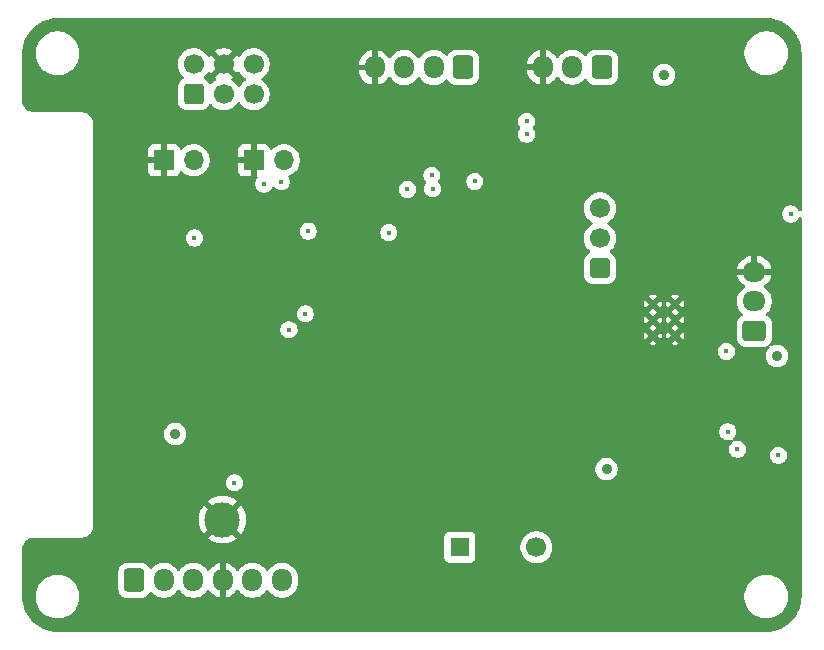
<source format=gbr>
%TF.GenerationSoftware,KiCad,Pcbnew,9.0.0-rc1*%
%TF.CreationDate,2025-03-28T12:21:10+01:00*%
%TF.ProjectId,Robobuoy-Top-Round-v2_0,526f626f-6275-46f7-992d-546f702d526f,rev?*%
%TF.SameCoordinates,Original*%
%TF.FileFunction,Copper,L2,Inr*%
%TF.FilePolarity,Positive*%
%FSLAX46Y46*%
G04 Gerber Fmt 4.6, Leading zero omitted, Abs format (unit mm)*
G04 Created by KiCad (PCBNEW 9.0.0-rc1) date 2025-03-28 12:21:10*
%MOMM*%
%LPD*%
G01*
G04 APERTURE LIST*
G04 Aperture macros list*
%AMRoundRect*
0 Rectangle with rounded corners*
0 $1 Rounding radius*
0 $2 $3 $4 $5 $6 $7 $8 $9 X,Y pos of 4 corners*
0 Add a 4 corners polygon primitive as box body*
4,1,4,$2,$3,$4,$5,$6,$7,$8,$9,$2,$3,0*
0 Add four circle primitives for the rounded corners*
1,1,$1+$1,$2,$3*
1,1,$1+$1,$4,$5*
1,1,$1+$1,$6,$7*
1,1,$1+$1,$8,$9*
0 Add four rect primitives between the rounded corners*
20,1,$1+$1,$2,$3,$4,$5,0*
20,1,$1+$1,$4,$5,$6,$7,0*
20,1,$1+$1,$6,$7,$8,$9,0*
20,1,$1+$1,$8,$9,$2,$3,0*%
G04 Aperture macros list end*
%TA.AperFunction,ComponentPad*%
%ADD10RoundRect,0.250000X0.600000X-0.600000X0.600000X0.600000X-0.600000X0.600000X-0.600000X-0.600000X0*%
%TD*%
%TA.AperFunction,ComponentPad*%
%ADD11C,1.700000*%
%TD*%
%TA.AperFunction,ComponentPad*%
%ADD12C,3.000000*%
%TD*%
%TA.AperFunction,ComponentPad*%
%ADD13R,1.700000X1.700000*%
%TD*%
%TA.AperFunction,ComponentPad*%
%ADD14O,1.700000X1.700000*%
%TD*%
%TA.AperFunction,ComponentPad*%
%ADD15R,1.650000X1.650000*%
%TD*%
%TA.AperFunction,ComponentPad*%
%ADD16RoundRect,0.250000X-0.600000X-0.725000X0.600000X-0.725000X0.600000X0.725000X-0.600000X0.725000X0*%
%TD*%
%TA.AperFunction,ComponentPad*%
%ADD17O,1.700000X1.950000*%
%TD*%
%TA.AperFunction,ComponentPad*%
%ADD18RoundRect,0.250000X0.725000X-0.600000X0.725000X0.600000X-0.725000X0.600000X-0.725000X-0.600000X0*%
%TD*%
%TA.AperFunction,ComponentPad*%
%ADD19O,1.950000X1.700000*%
%TD*%
%TA.AperFunction,ComponentPad*%
%ADD20RoundRect,0.250000X0.600000X0.725000X-0.600000X0.725000X-0.600000X-0.725000X0.600000X-0.725000X0*%
%TD*%
%TA.AperFunction,ComponentPad*%
%ADD21RoundRect,0.206250X0.618750X-0.618750X0.618750X0.618750X-0.618750X0.618750X-0.618750X-0.618750X0*%
%TD*%
%TA.AperFunction,HeatsinkPad*%
%ADD22C,0.500000*%
%TD*%
%TA.AperFunction,ViaPad*%
%ADD23C,0.450000*%
%TD*%
%TA.AperFunction,ViaPad*%
%ADD24C,0.900000*%
%TD*%
%TA.AperFunction,ViaPad*%
%ADD25C,0.600000*%
%TD*%
G04 APERTURE END LIST*
D10*
%TO.N,EN*%
%TO.C,J101*%
X-13467000Y17535500D03*
D11*
%TO.N,+3.3V*%
X-13467000Y20075500D03*
%TO.N,TX*%
X-10927000Y17535500D03*
%TO.N,GND*%
X-10927000Y20075500D03*
%TO.N,RX*%
X-8387000Y17535500D03*
%TO.N,DR0*%
X-8387000Y20075500D03*
%TD*%
D12*
%TO.N,GND*%
%TO.C,TP203*%
X-11049000Y-18491200D03*
%TD*%
D13*
%TO.N,GND*%
%TO.C,SW101*%
X-8382000Y11938000D03*
D14*
%TO.N,DR0*%
X-5842000Y11938000D03*
%TD*%
D13*
%TO.N,GND*%
%TO.C,SW102*%
X-16007000Y11938000D03*
D14*
%TO.N,EN*%
X-13467000Y11938000D03*
%TD*%
D15*
%TO.N,+3.3V*%
%TO.C,BZ101*%
X9038000Y-20828000D03*
D11*
%TO.N,Net-(BZ101--)*%
X15538000Y-20828000D03*
%TD*%
D16*
%TO.N,Net-(J103-Pin_1)*%
%TO.C,J103*%
X-18502000Y-23622000D03*
D17*
%TO.N,Net-(J103-Pin_2)*%
X-16002000Y-23622000D03*
%TO.N,+3.3V*%
X-13502000Y-23622000D03*
%TO.N,GND*%
X-11002000Y-23622000D03*
%TO.N,/CPU/ON*%
X-8502000Y-23622000D03*
%TO.N,Net-(J103-Pin_6)*%
X-6002000Y-23622000D03*
%TD*%
D18*
%TO.N,Vbatt*%
%TO.C,J201*%
X34000000Y-2500000D03*
D19*
%TO.N,/CPU/COM*%
X34000000Y0D03*
%TO.N,GND*%
X34000000Y2500000D03*
%TD*%
D20*
%TO.N,/CPU/TX_GPS*%
%TO.C,J104*%
X9338000Y19795000D03*
D17*
%TO.N,/CPU/RX_GPS*%
X6838000Y19795000D03*
%TO.N,+3.3V*%
X4338000Y19795000D03*
%TO.N,GND*%
X1838000Y19795000D03*
%TD*%
D21*
%TO.N,Vbatt*%
%TO.C,SW201*%
X20924000Y2794000D03*
D11*
%TO.N,Net-(R205-Pad1)*%
X20924000Y5334000D03*
%TO.N,unconnected-(SW201-Pad3)*%
X20924000Y7874000D03*
%TD*%
D22*
%TO.N,GND*%
%TO.C,U201*%
X27300000Y-2912000D03*
X27300000Y-1562000D03*
X27300000Y-212000D03*
X25400000Y-2912000D03*
X25400000Y-1562000D03*
X25400000Y-212000D03*
%TD*%
D20*
%TO.N,Net-(D201-A)*%
%TO.C,J202*%
X21082000Y19812000D03*
D17*
%TO.N,Net-(D203-A)*%
X18582000Y19812000D03*
%TO.N,GND*%
X16082000Y19812000D03*
%TD*%
D23*
%TO.N,/CPU/COM*%
X-10033000Y-15367000D03*
X31750000Y-11049000D03*
%TO.N,+3.3V*%
X14705468Y14143068D03*
D24*
X21488400Y-14224000D03*
D23*
X14706600Y15245000D03*
D24*
X26350000Y19166800D03*
X-15036800Y-11252200D03*
X35915600Y-4622800D03*
%TO.N,GND*%
X-15341600Y-3276600D03*
X-10464800Y-3302000D03*
D23*
X-14605000Y-18491200D03*
X-20066000Y14097000D03*
D25*
X18288000Y6731000D03*
X20955000Y-7239000D03*
D24*
X-20243800Y-7340600D03*
D23*
X-10896600Y-13436600D03*
D24*
X-15341600Y1600200D03*
D25*
X970000Y-6604000D03*
X970000Y-9448800D03*
D24*
X-1016000Y-5715000D03*
D25*
X32004000Y-5207000D03*
X2970000Y-6654800D03*
X18999200Y-14173200D03*
D24*
X-20243000Y7493800D03*
D23*
X28600400Y22479000D03*
X29032200Y-18872200D03*
D25*
X25654000Y-15113000D03*
X16002000Y-13208000D03*
D24*
X-3962400Y-5715000D03*
D25*
X5715000Y-12319000D03*
X-20447000Y-13639800D03*
X12446000Y-13159000D03*
X-17043400Y-13106400D03*
D23*
X-18846800Y-18567400D03*
D25*
X22860000Y-8382000D03*
D24*
X-20243000Y10006800D03*
X-12898000Y-860000D03*
D25*
X19177000Y-286000D03*
X18161000Y-6096000D03*
X14986000Y9779000D03*
X14986000Y6350000D03*
D24*
X-10490200Y1625600D03*
D25*
X9144000Y-13159000D03*
D24*
X-20612100Y-9944100D03*
D25*
X1524000Y-15748000D03*
D23*
X6121400Y15519400D03*
D25*
X1016000Y9652000D03*
D23*
X2743200Y-21564600D03*
%TO.N,EN*%
X-13411200Y5359400D03*
%TO.N,/CPU/Vsamp*%
X10325100Y10147300D03*
X-4038600Y-1066800D03*
%TO.N,Net-(D105-DOUT)*%
X36017200Y-13030200D03*
X37084000Y7391400D03*
%TO.N,/CPU/TX_GPS*%
X-7518400Y9931400D03*
%TO.N,/CPU/RX_GPS*%
X-6070600Y10109200D03*
%TO.N,/CPU/VbatEn*%
X-5410200Y-2413000D03*
X6680200Y10668000D03*
%TO.N,/CPU/RADIO_1*%
X-3784600Y5943600D03*
X4622800Y9474200D03*
%TO.N,/CPU/RADIO_2*%
X3048000Y5816600D03*
X6756400Y9525000D03*
%TO.N,/CPU/ON*%
X31623000Y-4241800D03*
%TO.N,Net-(J103-Pin_6)*%
X32562800Y-12522200D03*
%TD*%
%TA.AperFunction,Conductor*%
%TO.N,GND*%
G36*
X-9811730Y19313783D02*
G01*
X-9811730Y19313784D01*
X-9772378Y19367945D01*
X-9767768Y19376993D01*
X-9719795Y19427791D01*
X-9651975Y19444588D01*
X-9585839Y19422053D01*
X-9546796Y19376996D01*
X-9542051Y19367683D01*
X-9417110Y19195714D01*
X-9266787Y19045391D01*
X-9094818Y18920450D01*
X-9086054Y18915984D01*
X-9035258Y18868009D01*
X-9018464Y18800188D01*
X-9041002Y18734053D01*
X-9086054Y18695016D01*
X-9094818Y18690551D01*
X-9266787Y18565610D01*
X-9417110Y18415287D01*
X-9542051Y18243318D01*
X-9546516Y18234554D01*
X-9594491Y18183758D01*
X-9662312Y18166964D01*
X-9728447Y18189502D01*
X-9767484Y18234554D01*
X-9771950Y18243318D01*
X-9896891Y18415287D01*
X-10047214Y18565610D01*
X-10219183Y18690551D01*
X-10228496Y18695296D01*
X-10279293Y18743270D01*
X-10296088Y18811091D01*
X-10273551Y18877226D01*
X-10228493Y18916268D01*
X-10219445Y18920878D01*
X-10165284Y18960230D01*
X-10165283Y18960230D01*
X-10797592Y19592538D01*
X-10734007Y19609575D01*
X-10619993Y19675401D01*
X-10526901Y19768493D01*
X-10461075Y19882507D01*
X-10444038Y19946092D01*
X-9811730Y19313783D01*
G37*
%TD.AperFunction*%
%TA.AperFunction,Conductor*%
G36*
X-11392925Y19882507D02*
G01*
X-11327099Y19768493D01*
X-11234007Y19675401D01*
X-11119993Y19609575D01*
X-11056410Y19592538D01*
X-11688718Y18960231D01*
X-11688718Y18960230D01*
X-11634548Y18920874D01*
X-11634549Y18920874D01*
X-11625505Y18916266D01*
X-11574708Y18868292D01*
X-11557913Y18800471D01*
X-11580450Y18734336D01*
X-11625501Y18695298D01*
X-11634818Y18690551D01*
X-11806787Y18565610D01*
X-11957106Y18415291D01*
X-11957115Y18415281D01*
X-11960670Y18410387D01*
X-12016003Y18367725D01*
X-12085617Y18361752D01*
X-12147409Y18394363D01*
X-12178688Y18444277D01*
X-12182185Y18454830D01*
X-12182186Y18454834D01*
X-12274288Y18604156D01*
X-12398344Y18728212D01*
X-12515495Y18800471D01*
X-12547664Y18820313D01*
X-12547675Y18820318D01*
X-12558227Y18823814D01*
X-12615672Y18863587D01*
X-12642494Y18928103D01*
X-12630178Y18996879D01*
X-12592097Y19041844D01*
X-12587212Y19045393D01*
X-12587212Y19045394D01*
X-12587208Y19045396D01*
X-12436896Y19195708D01*
X-12436894Y19195712D01*
X-12436891Y19195714D01*
X-12351110Y19313783D01*
X-12311949Y19367684D01*
X-12307207Y19376992D01*
X-12259237Y19427789D01*
X-12191417Y19444589D01*
X-12125281Y19422055D01*
X-12086237Y19377000D01*
X-12081627Y19367953D01*
X-12042272Y19313784D01*
X-11409963Y19946092D01*
X-11392925Y19882507D01*
G37*
%TD.AperFunction*%
%TA.AperFunction,Conductor*%
G36*
X35003243Y23989331D02*
G01*
X35306001Y23973463D01*
X35318909Y23972106D01*
X35615133Y23925189D01*
X35627817Y23922494D01*
X35917536Y23844864D01*
X35929874Y23840854D01*
X36209875Y23733372D01*
X36221718Y23728100D01*
X36488977Y23591925D01*
X36500183Y23585455D01*
X36751741Y23422091D01*
X36762231Y23414469D01*
X36995319Y23225718D01*
X37004964Y23217033D01*
X37217032Y23004965D01*
X37225717Y22995320D01*
X37414468Y22762232D01*
X37422093Y22751738D01*
X37585450Y22500190D01*
X37591927Y22488971D01*
X37727577Y22222744D01*
X37728094Y22221729D01*
X37733373Y22209871D01*
X37840853Y21929874D01*
X37844864Y21917531D01*
X37922491Y21627824D01*
X37925189Y21615128D01*
X37972105Y21318910D01*
X37973462Y21306002D01*
X37989330Y21003244D01*
X37989500Y20996754D01*
X37989500Y7724541D01*
X37969815Y7657502D01*
X37917011Y7611747D01*
X37847853Y7601803D01*
X37784297Y7630828D01*
X37750939Y7677088D01*
X37726930Y7735051D01*
X37726925Y7735060D01*
X37647532Y7853879D01*
X37647529Y7853883D01*
X37546482Y7954930D01*
X37546478Y7954933D01*
X37427659Y8034326D01*
X37427650Y8034331D01*
X37295620Y8089019D01*
X37295614Y8089021D01*
X37155457Y8116900D01*
X37155455Y8116900D01*
X37012545Y8116900D01*
X37012543Y8116900D01*
X36872385Y8089021D01*
X36872379Y8089019D01*
X36740349Y8034331D01*
X36740340Y8034326D01*
X36621521Y7954933D01*
X36621517Y7954930D01*
X36520470Y7853883D01*
X36520467Y7853879D01*
X36441074Y7735060D01*
X36441069Y7735051D01*
X36386381Y7603021D01*
X36386379Y7603015D01*
X36358500Y7462858D01*
X36358500Y7462855D01*
X36358500Y7319945D01*
X36358500Y7319943D01*
X36358499Y7319943D01*
X36386379Y7179786D01*
X36386381Y7179780D01*
X36441069Y7047750D01*
X36441074Y7047741D01*
X36520467Y6928922D01*
X36520470Y6928918D01*
X36621517Y6827871D01*
X36621521Y6827868D01*
X36740340Y6748475D01*
X36740346Y6748472D01*
X36740347Y6748471D01*
X36872380Y6693781D01*
X36872384Y6693781D01*
X36872385Y6693780D01*
X37012542Y6665900D01*
X37012545Y6665900D01*
X37155457Y6665900D01*
X37249751Y6684658D01*
X37295620Y6693781D01*
X37427653Y6748471D01*
X37546479Y6827868D01*
X37647532Y6928921D01*
X37726929Y7047747D01*
X37750939Y7105712D01*
X37794779Y7160116D01*
X37861073Y7182181D01*
X37928773Y7164902D01*
X37976384Y7113765D01*
X37989500Y7058260D01*
X37989500Y-24996753D01*
X37989330Y-25003243D01*
X37973462Y-25306001D01*
X37972105Y-25318909D01*
X37925189Y-25615127D01*
X37922491Y-25627823D01*
X37844864Y-25917530D01*
X37840853Y-25929873D01*
X37733373Y-26209870D01*
X37728094Y-26221728D01*
X37591931Y-26488964D01*
X37585445Y-26500197D01*
X37479573Y-26663226D01*
X37422097Y-26751731D01*
X37414468Y-26762231D01*
X37225717Y-26995319D01*
X37217032Y-27004964D01*
X37004964Y-27217032D01*
X36995319Y-27225717D01*
X36762231Y-27414468D01*
X36751731Y-27422097D01*
X36500197Y-27585445D01*
X36488964Y-27591931D01*
X36221728Y-27728094D01*
X36209870Y-27733373D01*
X35929873Y-27840853D01*
X35917530Y-27844864D01*
X35627823Y-27922491D01*
X35615127Y-27925189D01*
X35318909Y-27972105D01*
X35306001Y-27973462D01*
X35003244Y-27989330D01*
X34996754Y-27989500D01*
X-24996754Y-27989500D01*
X-25003244Y-27989330D01*
X-25306002Y-27973462D01*
X-25318910Y-27972105D01*
X-25615128Y-27925189D01*
X-25627824Y-27922491D01*
X-25917531Y-27844864D01*
X-25929874Y-27840853D01*
X-26209871Y-27733373D01*
X-26221729Y-27728094D01*
X-26488971Y-27591927D01*
X-26500190Y-27585450D01*
X-26751738Y-27422093D01*
X-26762232Y-27414468D01*
X-26995320Y-27225717D01*
X-27004965Y-27217032D01*
X-27217033Y-27004964D01*
X-27225718Y-26995319D01*
X-27414469Y-26762231D01*
X-27422091Y-26751741D01*
X-27585455Y-26500183D01*
X-27591925Y-26488977D01*
X-27728100Y-26221718D01*
X-27733374Y-26209870D01*
X-27840854Y-25929873D01*
X-27844865Y-25917530D01*
X-27870941Y-25820214D01*
X-27922494Y-25627817D01*
X-27925190Y-25615127D01*
X-27928204Y-25596100D01*
X-27972106Y-25318909D01*
X-27973463Y-25306001D01*
X-27989330Y-25003243D01*
X-27989500Y-24996753D01*
X-27989500Y-24878711D01*
X-26850500Y-24878711D01*
X-26850500Y-25121288D01*
X-26818839Y-25361785D01*
X-26756053Y-25596104D01*
X-26679779Y-25780244D01*
X-26663224Y-25820212D01*
X-26541936Y-26030289D01*
X-26541934Y-26030292D01*
X-26541933Y-26030293D01*
X-26394267Y-26222736D01*
X-26394261Y-26222743D01*
X-26222744Y-26394260D01*
X-26222738Y-26394265D01*
X-26030289Y-26541936D01*
X-25820212Y-26663224D01*
X-25596100Y-26756054D01*
X-25361789Y-26818838D01*
X-25181414Y-26842584D01*
X-25121289Y-26850500D01*
X-25121288Y-26850500D01*
X-24878711Y-26850500D01*
X-24830612Y-26844167D01*
X-24638211Y-26818838D01*
X-24403900Y-26756054D01*
X-24179788Y-26663224D01*
X-23969711Y-26541936D01*
X-23777262Y-26394265D01*
X-23605735Y-26222738D01*
X-23458064Y-26030289D01*
X-23336776Y-25820212D01*
X-23243946Y-25596100D01*
X-23181162Y-25361789D01*
X-23149500Y-25121288D01*
X-23149500Y-24878712D01*
X-23181162Y-24638211D01*
X-23243946Y-24403900D01*
X-23336776Y-24179788D01*
X-23458064Y-23969711D01*
X-23605735Y-23777262D01*
X-23605740Y-23777256D01*
X-23777257Y-23605739D01*
X-23777264Y-23605733D01*
X-23969707Y-23458067D01*
X-23969708Y-23458066D01*
X-23969711Y-23458064D01*
X-24179788Y-23336776D01*
X-24179795Y-23336773D01*
X-24403896Y-23243947D01*
X-24638215Y-23181161D01*
X-24878711Y-23149500D01*
X-24878712Y-23149500D01*
X-25121288Y-23149500D01*
X-25121289Y-23149500D01*
X-25361786Y-23181161D01*
X-25596105Y-23243947D01*
X-25820206Y-23336773D01*
X-25820215Y-23336777D01*
X-26030294Y-23458067D01*
X-26222737Y-23605733D01*
X-26222744Y-23605739D01*
X-26394261Y-23777256D01*
X-26394267Y-23777263D01*
X-26541933Y-23969706D01*
X-26663223Y-24179785D01*
X-26663227Y-24179794D01*
X-26756053Y-24403895D01*
X-26818839Y-24638214D01*
X-26850500Y-24878711D01*
X-27989500Y-24878711D01*
X-27989500Y-22846983D01*
X-19852500Y-22846983D01*
X-19852500Y-24397001D01*
X-19852499Y-24397018D01*
X-19842000Y-24499796D01*
X-19841999Y-24499799D01*
X-19796133Y-24638211D01*
X-19786814Y-24666334D01*
X-19694712Y-24815656D01*
X-19570656Y-24939712D01*
X-19421334Y-25031814D01*
X-19254797Y-25086999D01*
X-19152009Y-25097500D01*
X-17851992Y-25097499D01*
X-17749203Y-25086999D01*
X-17582666Y-25031814D01*
X-17433344Y-24939712D01*
X-17309288Y-24815656D01*
X-17217186Y-24666334D01*
X-17217186Y-24666331D01*
X-17213822Y-24660879D01*
X-17161874Y-24614154D01*
X-17092912Y-24602931D01*
X-17028830Y-24630774D01*
X-17020602Y-24638294D01*
X-16881787Y-24777109D01*
X-16709821Y-24902048D01*
X-16709819Y-24902049D01*
X-16709816Y-24902051D01*
X-16520412Y-24998557D01*
X-16318243Y-25064246D01*
X-16108287Y-25097500D01*
X-16108286Y-25097500D01*
X-15895714Y-25097500D01*
X-15895713Y-25097500D01*
X-15685757Y-25064246D01*
X-15483588Y-24998557D01*
X-15294184Y-24902051D01*
X-15262059Y-24878711D01*
X-15122214Y-24777109D01*
X-15122212Y-24777106D01*
X-15122208Y-24777104D01*
X-14971896Y-24626792D01*
X-14852317Y-24462204D01*
X-14796989Y-24419540D01*
X-14727376Y-24413561D01*
X-14665580Y-24446166D01*
X-14651687Y-24462199D01*
X-14549440Y-24602931D01*
X-14532104Y-24626792D01*
X-14381787Y-24777109D01*
X-14209821Y-24902048D01*
X-14209819Y-24902049D01*
X-14209816Y-24902051D01*
X-14020412Y-24998557D01*
X-13818243Y-25064246D01*
X-13608287Y-25097500D01*
X-13608286Y-25097500D01*
X-13395714Y-25097500D01*
X-13395713Y-25097500D01*
X-13185757Y-25064246D01*
X-12983588Y-24998557D01*
X-12794184Y-24902051D01*
X-12762059Y-24878711D01*
X-12622214Y-24777109D01*
X-12622212Y-24777106D01*
X-12622208Y-24777104D01*
X-12471896Y-24626792D01*
X-12352009Y-24461779D01*
X-12296680Y-24419115D01*
X-12227067Y-24413136D01*
X-12165271Y-24445741D01*
X-12151373Y-24461781D01*
X-12031728Y-24626459D01*
X-12031724Y-24626464D01*
X-11881465Y-24776723D01*
X-11881460Y-24776727D01*
X-11709558Y-24901620D01*
X-11520218Y-24998095D01*
X-11318129Y-25063757D01*
X-11252000Y-25074231D01*
X-11252000Y-24026145D01*
X-11185343Y-24064630D01*
X-11064535Y-24097000D01*
X-10939465Y-24097000D01*
X-10818657Y-24064630D01*
X-10752000Y-24026145D01*
X-10752000Y-25074230D01*
X-10685874Y-25063757D01*
X-10685871Y-25063757D01*
X-10483783Y-24998095D01*
X-10294443Y-24901620D01*
X-10122541Y-24776727D01*
X-10122536Y-24776723D01*
X-9972279Y-24626466D01*
X-9852629Y-24461781D01*
X-9797299Y-24419115D01*
X-9727686Y-24413136D01*
X-9665890Y-24445741D01*
X-9651992Y-24461781D01*
X-9532110Y-24626785D01*
X-9532106Y-24626790D01*
X-9381787Y-24777109D01*
X-9209821Y-24902048D01*
X-9209819Y-24902049D01*
X-9209816Y-24902051D01*
X-9020412Y-24998557D01*
X-8818243Y-25064246D01*
X-8608287Y-25097500D01*
X-8608286Y-25097500D01*
X-8395714Y-25097500D01*
X-8395713Y-25097500D01*
X-8185757Y-25064246D01*
X-7983588Y-24998557D01*
X-7794184Y-24902051D01*
X-7762059Y-24878711D01*
X-7622214Y-24777109D01*
X-7622212Y-24777106D01*
X-7622208Y-24777104D01*
X-7471896Y-24626792D01*
X-7352317Y-24462204D01*
X-7296989Y-24419540D01*
X-7227376Y-24413561D01*
X-7165580Y-24446166D01*
X-7151687Y-24462199D01*
X-7049440Y-24602931D01*
X-7032104Y-24626792D01*
X-6881787Y-24777109D01*
X-6709821Y-24902048D01*
X-6709819Y-24902049D01*
X-6709816Y-24902051D01*
X-6520412Y-24998557D01*
X-6318243Y-25064246D01*
X-6108287Y-25097500D01*
X-6108286Y-25097500D01*
X-5895714Y-25097500D01*
X-5895713Y-25097500D01*
X-5685757Y-25064246D01*
X-5483588Y-24998557D01*
X-5294184Y-24902051D01*
X-5262059Y-24878711D01*
X33149500Y-24878711D01*
X33149500Y-25121288D01*
X33181161Y-25361785D01*
X33243947Y-25596104D01*
X33320221Y-25780244D01*
X33336776Y-25820212D01*
X33458064Y-26030289D01*
X33458066Y-26030292D01*
X33458067Y-26030293D01*
X33605733Y-26222736D01*
X33605739Y-26222743D01*
X33777256Y-26394260D01*
X33777262Y-26394265D01*
X33969711Y-26541936D01*
X34179788Y-26663224D01*
X34403900Y-26756054D01*
X34638211Y-26818838D01*
X34818586Y-26842584D01*
X34878711Y-26850500D01*
X34878712Y-26850500D01*
X35121289Y-26850500D01*
X35169388Y-26844167D01*
X35361789Y-26818838D01*
X35596100Y-26756054D01*
X35820212Y-26663224D01*
X36030289Y-26541936D01*
X36222738Y-26394265D01*
X36394265Y-26222738D01*
X36541936Y-26030289D01*
X36663224Y-25820212D01*
X36756054Y-25596100D01*
X36818838Y-25361789D01*
X36850500Y-25121288D01*
X36850500Y-24878712D01*
X36818838Y-24638211D01*
X36756054Y-24403900D01*
X36663224Y-24179788D01*
X36541936Y-23969711D01*
X36394265Y-23777262D01*
X36394260Y-23777256D01*
X36222743Y-23605739D01*
X36222736Y-23605733D01*
X36030293Y-23458067D01*
X36030292Y-23458066D01*
X36030289Y-23458064D01*
X35820212Y-23336776D01*
X35820205Y-23336773D01*
X35596104Y-23243947D01*
X35361785Y-23181161D01*
X35121289Y-23149500D01*
X35121288Y-23149500D01*
X34878712Y-23149500D01*
X34878711Y-23149500D01*
X34638214Y-23181161D01*
X34403895Y-23243947D01*
X34179794Y-23336773D01*
X34179785Y-23336777D01*
X33969706Y-23458067D01*
X33777263Y-23605733D01*
X33777256Y-23605739D01*
X33605739Y-23777256D01*
X33605733Y-23777263D01*
X33458067Y-23969706D01*
X33336777Y-24179785D01*
X33336773Y-24179794D01*
X33243947Y-24403895D01*
X33181161Y-24638214D01*
X33149500Y-24878711D01*
X-5262059Y-24878711D01*
X-5122208Y-24777104D01*
X-4971896Y-24626792D01*
X-4971894Y-24626788D01*
X-4971891Y-24626786D01*
X-4846952Y-24454820D01*
X-4846953Y-24454820D01*
X-4846949Y-24454816D01*
X-4750443Y-24265412D01*
X-4684754Y-24063243D01*
X-4651500Y-23853287D01*
X-4651500Y-23390713D01*
X-4684754Y-23180757D01*
X-4750443Y-22978588D01*
X-4846949Y-22789184D01*
X-4846951Y-22789181D01*
X-4846952Y-22789179D01*
X-4971891Y-22617213D01*
X-5122214Y-22466890D01*
X-5294180Y-22341951D01*
X-5483586Y-22245444D01*
X-5483587Y-22245443D01*
X-5483588Y-22245443D01*
X-5685757Y-22179754D01*
X-5685759Y-22179753D01*
X-5685760Y-22179753D01*
X-5851530Y-22153498D01*
X-5895713Y-22146500D01*
X-6108287Y-22146500D01*
X-6152470Y-22153498D01*
X-6318240Y-22179753D01*
X-6520415Y-22245444D01*
X-6709821Y-22341951D01*
X-6881787Y-22466890D01*
X-7032106Y-22617209D01*
X-7032110Y-22617214D01*
X-7151682Y-22781793D01*
X-7207011Y-22824459D01*
X-7276625Y-22830438D01*
X-7338420Y-22797833D01*
X-7352318Y-22781793D01*
X-7471891Y-22617214D01*
X-7471895Y-22617209D01*
X-7622214Y-22466890D01*
X-7794180Y-22341951D01*
X-7983586Y-22245444D01*
X-7983587Y-22245443D01*
X-7983588Y-22245443D01*
X-8185757Y-22179754D01*
X-8185759Y-22179753D01*
X-8185760Y-22179753D01*
X-8351530Y-22153498D01*
X-8395713Y-22146500D01*
X-8608287Y-22146500D01*
X-8652470Y-22153498D01*
X-8818240Y-22179753D01*
X-9020415Y-22245444D01*
X-9209821Y-22341951D01*
X-9381787Y-22466890D01*
X-9532106Y-22617209D01*
X-9532110Y-22617214D01*
X-9651992Y-22782218D01*
X-9707322Y-22824884D01*
X-9776935Y-22830863D01*
X-9838730Y-22798257D01*
X-9852628Y-22782218D01*
X-9972273Y-22617540D01*
X-9972277Y-22617535D01*
X-10122536Y-22467276D01*
X-10122541Y-22467272D01*
X-10294443Y-22342379D01*
X-10483785Y-22245903D01*
X-10685876Y-22180241D01*
X-10752000Y-22169768D01*
X-10752000Y-23217854D01*
X-10818657Y-23179370D01*
X-10939465Y-23147000D01*
X-11064535Y-23147000D01*
X-11185343Y-23179370D01*
X-11252000Y-23217854D01*
X-11252000Y-22169768D01*
X-11252001Y-22169768D01*
X-11318125Y-22180241D01*
X-11520216Y-22245903D01*
X-11709558Y-22342379D01*
X-11881460Y-22467272D01*
X-11881465Y-22467276D01*
X-12031724Y-22617535D01*
X-12031728Y-22617540D01*
X-12151373Y-22782218D01*
X-12206703Y-22824884D01*
X-12276316Y-22830863D01*
X-12338111Y-22798257D01*
X-12352009Y-22782218D01*
X-12471891Y-22617214D01*
X-12471895Y-22617209D01*
X-12622214Y-22466890D01*
X-12794180Y-22341951D01*
X-12983586Y-22245444D01*
X-12983587Y-22245443D01*
X-12983588Y-22245443D01*
X-13185757Y-22179754D01*
X-13185759Y-22179753D01*
X-13185760Y-22179753D01*
X-13351530Y-22153498D01*
X-13395713Y-22146500D01*
X-13608287Y-22146500D01*
X-13652470Y-22153498D01*
X-13818240Y-22179753D01*
X-14020415Y-22245444D01*
X-14209821Y-22341951D01*
X-14381787Y-22466890D01*
X-14532106Y-22617209D01*
X-14532110Y-22617214D01*
X-14651682Y-22781793D01*
X-14707011Y-22824459D01*
X-14776625Y-22830438D01*
X-14838420Y-22797833D01*
X-14852318Y-22781793D01*
X-14971891Y-22617214D01*
X-14971895Y-22617209D01*
X-15122214Y-22466890D01*
X-15294180Y-22341951D01*
X-15483586Y-22245444D01*
X-15483587Y-22245443D01*
X-15483588Y-22245443D01*
X-15685757Y-22179754D01*
X-15685759Y-22179753D01*
X-15685760Y-22179753D01*
X-15851530Y-22153498D01*
X-15895713Y-22146500D01*
X-16108287Y-22146500D01*
X-16152470Y-22153498D01*
X-16318240Y-22179753D01*
X-16520415Y-22245444D01*
X-16709821Y-22341951D01*
X-16881785Y-22466889D01*
X-17020602Y-22605706D01*
X-17081925Y-22639190D01*
X-17151617Y-22634206D01*
X-17207550Y-22592334D01*
X-17213822Y-22583120D01*
X-17309288Y-22428344D01*
X-17433343Y-22304289D01*
X-17433344Y-22304288D01*
X-17582666Y-22212186D01*
X-17749203Y-22157001D01*
X-17749205Y-22157000D01*
X-17851990Y-22146500D01*
X-19152002Y-22146500D01*
X-19152019Y-22146501D01*
X-19254797Y-22157000D01*
X-19254800Y-22157001D01*
X-19421332Y-22212185D01*
X-19421337Y-22212187D01*
X-19570658Y-22304289D01*
X-19694711Y-22428342D01*
X-19786813Y-22577663D01*
X-19786815Y-22577668D01*
X-19791675Y-22592334D01*
X-19841999Y-22744203D01*
X-19841999Y-22744204D01*
X-19842000Y-22744204D01*
X-19852500Y-22846983D01*
X-27989500Y-22846983D01*
X-27989500Y-21005412D01*
X-27989028Y-20994605D01*
X-27975413Y-20838983D01*
X-27971662Y-20817704D01*
X-27932633Y-20672044D01*
X-27925241Y-20651738D01*
X-27861518Y-20515084D01*
X-27850711Y-20496366D01*
X-27764221Y-20372845D01*
X-27750333Y-20356293D01*
X-27643707Y-20249667D01*
X-27627155Y-20235779D01*
X-27503634Y-20149289D01*
X-27484919Y-20138483D01*
X-27348260Y-20074758D01*
X-27327956Y-20067367D01*
X-27182296Y-20028338D01*
X-27161022Y-20024587D01*
X-27005395Y-20010971D01*
X-26994588Y-20010500D01*
X-22911597Y-20010500D01*
X-22911593Y-20010500D01*
X-22737464Y-19979797D01*
X-22571313Y-19919322D01*
X-22418187Y-19830915D01*
X-22282739Y-19717261D01*
X-22169085Y-19581813D01*
X-22080678Y-19428687D01*
X-22020203Y-19262536D01*
X-21989500Y-19088407D01*
X-21989500Y-19000000D01*
X-21989500Y-18996588D01*
X-21989500Y-18360105D01*
X-13049000Y-18360105D01*
X-13049000Y-18622294D01*
X-13014780Y-18882209D01*
X-13014778Y-18882220D01*
X-12946925Y-19135455D01*
X-12846596Y-19377671D01*
X-12846591Y-19377682D01*
X-12715512Y-19604716D01*
X-12715506Y-19604724D01*
X-12628920Y-19717565D01*
X-11726579Y-18815224D01*
X-11713641Y-18846458D01*
X-11631563Y-18969297D01*
X-11527097Y-19073763D01*
X-11404258Y-19155841D01*
X-11373026Y-19168777D01*
X-12275367Y-20071117D01*
X-12275367Y-20071118D01*
X-12162525Y-20157705D01*
X-12162517Y-20157711D01*
X-11935483Y-20288790D01*
X-11935472Y-20288795D01*
X-11693256Y-20389124D01*
X-11440021Y-20456977D01*
X-11440010Y-20456979D01*
X-11180095Y-20491199D01*
X-11180080Y-20491200D01*
X-10917920Y-20491200D01*
X-10917906Y-20491199D01*
X-10657991Y-20456979D01*
X-10657980Y-20456977D01*
X-10404745Y-20389124D01*
X-10162529Y-20288795D01*
X-10162518Y-20288790D01*
X-9935484Y-20157711D01*
X-9935466Y-20157699D01*
X-9822635Y-20071119D01*
X-9822635Y-20071117D01*
X-9854265Y-20039487D01*
X-9938617Y-19955135D01*
X7712500Y-19955135D01*
X7712500Y-21700870D01*
X7712501Y-21700876D01*
X7718908Y-21760483D01*
X7769202Y-21895328D01*
X7769206Y-21895335D01*
X7855452Y-22010544D01*
X7855455Y-22010547D01*
X7970664Y-22096793D01*
X7970671Y-22096797D01*
X8105517Y-22147091D01*
X8105516Y-22147091D01*
X8112444Y-22147835D01*
X8165127Y-22153500D01*
X9910872Y-22153499D01*
X9970483Y-22147091D01*
X10105331Y-22096796D01*
X10220546Y-22010546D01*
X10306796Y-21895331D01*
X10357091Y-21760483D01*
X10363500Y-21700873D01*
X10363499Y-20721713D01*
X14187500Y-20721713D01*
X14187500Y-20934286D01*
X14220753Y-21144239D01*
X14286444Y-21346414D01*
X14382951Y-21535820D01*
X14507890Y-21707786D01*
X14658213Y-21858109D01*
X14830179Y-21983048D01*
X14830181Y-21983049D01*
X14830184Y-21983051D01*
X15019588Y-22079557D01*
X15221757Y-22145246D01*
X15431713Y-22178500D01*
X15431714Y-22178500D01*
X15644286Y-22178500D01*
X15644287Y-22178500D01*
X15854243Y-22145246D01*
X16056412Y-22079557D01*
X16245816Y-21983051D01*
X16366548Y-21895335D01*
X16417786Y-21858109D01*
X16417788Y-21858106D01*
X16417792Y-21858104D01*
X16568104Y-21707792D01*
X16568106Y-21707788D01*
X16568109Y-21707786D01*
X16693048Y-21535820D01*
X16693047Y-21535820D01*
X16693051Y-21535816D01*
X16789557Y-21346412D01*
X16855246Y-21144243D01*
X16888500Y-20934287D01*
X16888500Y-20721713D01*
X16855246Y-20511757D01*
X16789557Y-20309588D01*
X16693051Y-20120184D01*
X16693049Y-20120181D01*
X16693048Y-20120179D01*
X16568109Y-19948213D01*
X16417786Y-19797890D01*
X16245820Y-19672951D01*
X16056414Y-19576444D01*
X16056413Y-19576443D01*
X16056412Y-19576443D01*
X15854243Y-19510754D01*
X15854241Y-19510753D01*
X15854240Y-19510753D01*
X15692957Y-19485208D01*
X15644287Y-19477500D01*
X15431713Y-19477500D01*
X15383042Y-19485208D01*
X15221760Y-19510753D01*
X15019585Y-19576444D01*
X14830179Y-19672951D01*
X14658213Y-19797890D01*
X14507890Y-19948213D01*
X14382951Y-20120179D01*
X14286444Y-20309585D01*
X14220753Y-20511760D01*
X14187500Y-20721713D01*
X10363499Y-20721713D01*
X10363499Y-19955128D01*
X10357091Y-19895517D01*
X10332995Y-19830913D01*
X10306797Y-19760671D01*
X10306793Y-19760664D01*
X10220547Y-19645455D01*
X10220544Y-19645452D01*
X10105335Y-19559206D01*
X10105328Y-19559202D01*
X9970482Y-19508908D01*
X9970483Y-19508908D01*
X9910883Y-19502501D01*
X9910881Y-19502500D01*
X9910873Y-19502500D01*
X9910864Y-19502500D01*
X8165129Y-19502500D01*
X8165123Y-19502501D01*
X8105516Y-19508908D01*
X7970671Y-19559202D01*
X7970664Y-19559206D01*
X7855455Y-19645452D01*
X7855452Y-19645455D01*
X7769206Y-19760664D01*
X7769202Y-19760671D01*
X7718908Y-19895517D01*
X7715220Y-19929826D01*
X7712501Y-19955123D01*
X7712500Y-19955135D01*
X-9938617Y-19955135D01*
X-10724975Y-19168778D01*
X-10693742Y-19155841D01*
X-10570903Y-19073763D01*
X-10466437Y-18969297D01*
X-10384359Y-18846458D01*
X-10371423Y-18815225D01*
X-9469083Y-19717565D01*
X-9469081Y-19717565D01*
X-9382501Y-19604734D01*
X-9382489Y-19604716D01*
X-9251410Y-19377682D01*
X-9251405Y-19377671D01*
X-9151076Y-19135455D01*
X-9083223Y-18882220D01*
X-9083221Y-18882209D01*
X-9049001Y-18622294D01*
X-9049000Y-18622280D01*
X-9049000Y-18360119D01*
X-9049001Y-18360105D01*
X-9083221Y-18100190D01*
X-9083223Y-18100179D01*
X-9151076Y-17846944D01*
X-9251405Y-17604728D01*
X-9251410Y-17604717D01*
X-9382489Y-17377683D01*
X-9382495Y-17377675D01*
X-9469082Y-17264833D01*
X-9469083Y-17264833D01*
X-10371423Y-18167173D01*
X-10384359Y-18135942D01*
X-10466437Y-18013103D01*
X-10570903Y-17908637D01*
X-10693742Y-17826559D01*
X-10724977Y-17813621D01*
X-9822635Y-16911280D01*
X-9935476Y-16824694D01*
X-9935484Y-16824688D01*
X-10162518Y-16693609D01*
X-10162529Y-16693604D01*
X-10404745Y-16593275D01*
X-10657980Y-16525422D01*
X-10657991Y-16525420D01*
X-10917906Y-16491200D01*
X-11180095Y-16491200D01*
X-11440010Y-16525420D01*
X-11440021Y-16525422D01*
X-11693256Y-16593275D01*
X-11935472Y-16693604D01*
X-11935483Y-16693609D01*
X-12162529Y-16824696D01*
X-12275367Y-16911279D01*
X-12275367Y-16911280D01*
X-11373026Y-17813621D01*
X-11404258Y-17826559D01*
X-11527097Y-17908637D01*
X-11631563Y-18013103D01*
X-11713641Y-18135942D01*
X-11726579Y-18167174D01*
X-12628920Y-17264833D01*
X-12628921Y-17264833D01*
X-12715504Y-17377671D01*
X-12846591Y-17604717D01*
X-12846596Y-17604728D01*
X-12946925Y-17846944D01*
X-13014778Y-18100179D01*
X-13014780Y-18100190D01*
X-13049000Y-18360105D01*
X-21989500Y-18360105D01*
X-21989500Y-15438457D01*
X-10758501Y-15438457D01*
X-10730621Y-15578614D01*
X-10730619Y-15578620D01*
X-10675931Y-15710650D01*
X-10675926Y-15710659D01*
X-10596533Y-15829478D01*
X-10596530Y-15829482D01*
X-10495483Y-15930529D01*
X-10495479Y-15930532D01*
X-10376660Y-16009925D01*
X-10376654Y-16009928D01*
X-10376653Y-16009929D01*
X-10244620Y-16064619D01*
X-10244616Y-16064619D01*
X-10244615Y-16064620D01*
X-10104458Y-16092500D01*
X-10104455Y-16092500D01*
X-9961543Y-16092500D01*
X-9867249Y-16073742D01*
X-9821380Y-16064619D01*
X-9689347Y-16009929D01*
X-9570521Y-15930532D01*
X-9469468Y-15829479D01*
X-9390071Y-15710653D01*
X-9335381Y-15578620D01*
X-9307500Y-15438455D01*
X-9307500Y-15295545D01*
X-9307500Y-15295542D01*
X-9335380Y-15155385D01*
X-9335381Y-15155384D01*
X-9335381Y-15155380D01*
X-9390071Y-15023347D01*
X-9390072Y-15023346D01*
X-9390075Y-15023340D01*
X-9469468Y-14904521D01*
X-9469471Y-14904517D01*
X-9570518Y-14803470D01*
X-9570522Y-14803467D01*
X-9689341Y-14724074D01*
X-9689350Y-14724069D01*
X-9821380Y-14669381D01*
X-9821386Y-14669379D01*
X-9961543Y-14641500D01*
X-9961545Y-14641500D01*
X-10104455Y-14641500D01*
X-10104457Y-14641500D01*
X-10244615Y-14669379D01*
X-10244621Y-14669381D01*
X-10376651Y-14724069D01*
X-10376660Y-14724074D01*
X-10495479Y-14803467D01*
X-10495483Y-14803470D01*
X-10596530Y-14904517D01*
X-10596533Y-14904521D01*
X-10675926Y-15023340D01*
X-10675931Y-15023349D01*
X-10730619Y-15155379D01*
X-10730621Y-15155385D01*
X-10758500Y-15295542D01*
X-10758500Y-15295545D01*
X-10758500Y-15438455D01*
X-10758500Y-15438457D01*
X-10758501Y-15438457D01*
X-21989500Y-15438457D01*
X-21989500Y-14130379D01*
X20537900Y-14130379D01*
X20537900Y-14317620D01*
X20574425Y-14501243D01*
X20574427Y-14501251D01*
X20646076Y-14674228D01*
X20646081Y-14674237D01*
X20750097Y-14829907D01*
X20750100Y-14829911D01*
X20882488Y-14962299D01*
X20882492Y-14962302D01*
X21038162Y-15066318D01*
X21038168Y-15066321D01*
X21038169Y-15066322D01*
X21211149Y-15137973D01*
X21394779Y-15174499D01*
X21394783Y-15174500D01*
X21394784Y-15174500D01*
X21582017Y-15174500D01*
X21582018Y-15174499D01*
X21765651Y-15137973D01*
X21938631Y-15066322D01*
X22094308Y-14962302D01*
X22226702Y-14829908D01*
X22330722Y-14674231D01*
X22402373Y-14501251D01*
X22438900Y-14317616D01*
X22438900Y-14130384D01*
X22402373Y-13946749D01*
X22330722Y-13773769D01*
X22330721Y-13773768D01*
X22330718Y-13773762D01*
X22226702Y-13618092D01*
X22226699Y-13618088D01*
X22094311Y-13485700D01*
X22094307Y-13485697D01*
X21938637Y-13381681D01*
X21938628Y-13381676D01*
X21765651Y-13310027D01*
X21765643Y-13310025D01*
X21582020Y-13273500D01*
X21582016Y-13273500D01*
X21394784Y-13273500D01*
X21394779Y-13273500D01*
X21211156Y-13310025D01*
X21211148Y-13310027D01*
X21038171Y-13381676D01*
X21038162Y-13381681D01*
X20882492Y-13485697D01*
X20882488Y-13485700D01*
X20750100Y-13618088D01*
X20750097Y-13618092D01*
X20646081Y-13773762D01*
X20646076Y-13773771D01*
X20574427Y-13946748D01*
X20574425Y-13946756D01*
X20537900Y-14130379D01*
X-21989500Y-14130379D01*
X-21989500Y-11158579D01*
X-15987300Y-11158579D01*
X-15987300Y-11345820D01*
X-15950775Y-11529443D01*
X-15950773Y-11529451D01*
X-15879124Y-11702428D01*
X-15879119Y-11702437D01*
X-15775103Y-11858107D01*
X-15775100Y-11858111D01*
X-15642712Y-11990499D01*
X-15642708Y-11990502D01*
X-15487038Y-12094518D01*
X-15487032Y-12094521D01*
X-15487031Y-12094522D01*
X-15314051Y-12166173D01*
X-15130421Y-12202699D01*
X-15130417Y-12202700D01*
X-15130416Y-12202700D01*
X-14943183Y-12202700D01*
X-14943182Y-12202699D01*
X-14759549Y-12166173D01*
X-14586569Y-12094522D01*
X-14430892Y-11990502D01*
X-14298498Y-11858108D01*
X-14194478Y-11702431D01*
X-14122827Y-11529451D01*
X-14086300Y-11345816D01*
X-14086300Y-11158584D01*
X-14093884Y-11120457D01*
X31024499Y-11120457D01*
X31052379Y-11260614D01*
X31052381Y-11260620D01*
X31107069Y-11392650D01*
X31107074Y-11392659D01*
X31186467Y-11511478D01*
X31186470Y-11511482D01*
X31287517Y-11612529D01*
X31287521Y-11612532D01*
X31406340Y-11691925D01*
X31406346Y-11691928D01*
X31406347Y-11691929D01*
X31538380Y-11746619D01*
X31538384Y-11746619D01*
X31538385Y-11746620D01*
X31678542Y-11774500D01*
X31678545Y-11774500D01*
X31821457Y-11774500D01*
X31918401Y-11755216D01*
X31961620Y-11746619D01*
X31998336Y-11731410D01*
X32067803Y-11723942D01*
X32130282Y-11755216D01*
X32165935Y-11815305D01*
X32163442Y-11885130D01*
X32123594Y-11942523D01*
X32114680Y-11949073D01*
X32100319Y-11958668D01*
X31999270Y-12059717D01*
X31999267Y-12059721D01*
X31919874Y-12178540D01*
X31919869Y-12178549D01*
X31865181Y-12310579D01*
X31865179Y-12310585D01*
X31837300Y-12450742D01*
X31837300Y-12450745D01*
X31837300Y-12593655D01*
X31837300Y-12593657D01*
X31837299Y-12593657D01*
X31865179Y-12733814D01*
X31865181Y-12733820D01*
X31919869Y-12865850D01*
X31919874Y-12865859D01*
X31999267Y-12984678D01*
X31999270Y-12984682D01*
X32100317Y-13085729D01*
X32100321Y-13085732D01*
X32219140Y-13165125D01*
X32219146Y-13165128D01*
X32219147Y-13165129D01*
X32351180Y-13219819D01*
X32351184Y-13219819D01*
X32351185Y-13219820D01*
X32491342Y-13247700D01*
X32491345Y-13247700D01*
X32634257Y-13247700D01*
X32728551Y-13228942D01*
X32774420Y-13219819D01*
X32906453Y-13165129D01*
X33001446Y-13101657D01*
X35291699Y-13101657D01*
X35319579Y-13241814D01*
X35319581Y-13241820D01*
X35374269Y-13373850D01*
X35374274Y-13373859D01*
X35453667Y-13492678D01*
X35453670Y-13492682D01*
X35554717Y-13593729D01*
X35554721Y-13593732D01*
X35673540Y-13673125D01*
X35673546Y-13673128D01*
X35673547Y-13673129D01*
X35805580Y-13727819D01*
X35805584Y-13727819D01*
X35805585Y-13727820D01*
X35945742Y-13755700D01*
X35945745Y-13755700D01*
X36088657Y-13755700D01*
X36182951Y-13736942D01*
X36228820Y-13727819D01*
X36360853Y-13673129D01*
X36479679Y-13593732D01*
X36580732Y-13492679D01*
X36660129Y-13373853D01*
X36714819Y-13241820D01*
X36742700Y-13101655D01*
X36742700Y-12958745D01*
X36742700Y-12958742D01*
X36714820Y-12818585D01*
X36714819Y-12818584D01*
X36714819Y-12818580D01*
X36660129Y-12686547D01*
X36660128Y-12686546D01*
X36660125Y-12686540D01*
X36580732Y-12567721D01*
X36580729Y-12567717D01*
X36479682Y-12466670D01*
X36479678Y-12466667D01*
X36360859Y-12387274D01*
X36360850Y-12387269D01*
X36228820Y-12332581D01*
X36228814Y-12332579D01*
X36088657Y-12304700D01*
X36088655Y-12304700D01*
X35945745Y-12304700D01*
X35945743Y-12304700D01*
X35805585Y-12332579D01*
X35805579Y-12332581D01*
X35673549Y-12387269D01*
X35673540Y-12387274D01*
X35554721Y-12466667D01*
X35554717Y-12466670D01*
X35453670Y-12567717D01*
X35453667Y-12567721D01*
X35374274Y-12686540D01*
X35374269Y-12686549D01*
X35319581Y-12818579D01*
X35319579Y-12818585D01*
X35291700Y-12958742D01*
X35291700Y-12958745D01*
X35291700Y-13101655D01*
X35291700Y-13101657D01*
X35291699Y-13101657D01*
X33001446Y-13101657D01*
X33025279Y-13085732D01*
X33126332Y-12984679D01*
X33205729Y-12865853D01*
X33260419Y-12733820D01*
X33288300Y-12593655D01*
X33288300Y-12450745D01*
X33288300Y-12450742D01*
X33260420Y-12310585D01*
X33260419Y-12310584D01*
X33260419Y-12310580D01*
X33205729Y-12178547D01*
X33205728Y-12178546D01*
X33205725Y-12178540D01*
X33126332Y-12059721D01*
X33126329Y-12059717D01*
X33025282Y-11958670D01*
X33025278Y-11958667D01*
X32906459Y-11879274D01*
X32906450Y-11879269D01*
X32774420Y-11824581D01*
X32774414Y-11824579D01*
X32634257Y-11796700D01*
X32634255Y-11796700D01*
X32491345Y-11796700D01*
X32491343Y-11796700D01*
X32351185Y-11824579D01*
X32351175Y-11824582D01*
X32314462Y-11839789D01*
X32244993Y-11847256D01*
X32182514Y-11815980D01*
X32146863Y-11755890D01*
X32149358Y-11686065D01*
X32189208Y-11628674D01*
X32198109Y-11622133D01*
X32212479Y-11612532D01*
X32313532Y-11511479D01*
X32392929Y-11392653D01*
X32447619Y-11260620D01*
X32475500Y-11120455D01*
X32475500Y-10977545D01*
X32475500Y-10977542D01*
X32447620Y-10837385D01*
X32447619Y-10837384D01*
X32447619Y-10837380D01*
X32392929Y-10705347D01*
X32392928Y-10705346D01*
X32392925Y-10705340D01*
X32313532Y-10586521D01*
X32313529Y-10586517D01*
X32212482Y-10485470D01*
X32212478Y-10485467D01*
X32093659Y-10406074D01*
X32093650Y-10406069D01*
X31961620Y-10351381D01*
X31961614Y-10351379D01*
X31821457Y-10323500D01*
X31821455Y-10323500D01*
X31678545Y-10323500D01*
X31678543Y-10323500D01*
X31538385Y-10351379D01*
X31538379Y-10351381D01*
X31406349Y-10406069D01*
X31406340Y-10406074D01*
X31287521Y-10485467D01*
X31287517Y-10485470D01*
X31186470Y-10586517D01*
X31186467Y-10586521D01*
X31107074Y-10705340D01*
X31107069Y-10705349D01*
X31052381Y-10837379D01*
X31052379Y-10837385D01*
X31024500Y-10977542D01*
X31024500Y-10977545D01*
X31024500Y-11120455D01*
X31024500Y-11120457D01*
X31024499Y-11120457D01*
X-14093884Y-11120457D01*
X-14093884Y-11120455D01*
X-14118710Y-10995644D01*
X-14122311Y-10977545D01*
X-14122827Y-10974949D01*
X-14194478Y-10801969D01*
X-14194479Y-10801968D01*
X-14194482Y-10801962D01*
X-14298498Y-10646292D01*
X-14298501Y-10646288D01*
X-14430889Y-10513900D01*
X-14430893Y-10513897D01*
X-14586563Y-10409881D01*
X-14586572Y-10409876D01*
X-14759549Y-10338227D01*
X-14759557Y-10338225D01*
X-14943180Y-10301700D01*
X-14943184Y-10301700D01*
X-15130416Y-10301700D01*
X-15130421Y-10301700D01*
X-15314044Y-10338225D01*
X-15314052Y-10338227D01*
X-15487029Y-10409876D01*
X-15487038Y-10409881D01*
X-15642708Y-10513897D01*
X-15642712Y-10513900D01*
X-15775100Y-10646288D01*
X-15775103Y-10646292D01*
X-15879119Y-10801962D01*
X-15879124Y-10801971D01*
X-15950773Y-10974948D01*
X-15950775Y-10974956D01*
X-15987300Y-11158579D01*
X-21989500Y-11158579D01*
X-21989500Y-4313257D01*
X30897499Y-4313257D01*
X30925379Y-4453414D01*
X30925381Y-4453420D01*
X30980069Y-4585450D01*
X30980074Y-4585459D01*
X31059467Y-4704278D01*
X31059470Y-4704282D01*
X31160517Y-4805329D01*
X31160521Y-4805332D01*
X31279340Y-4884725D01*
X31279346Y-4884728D01*
X31279347Y-4884729D01*
X31411380Y-4939419D01*
X31411384Y-4939419D01*
X31411385Y-4939420D01*
X31551542Y-4967300D01*
X31551545Y-4967300D01*
X31694457Y-4967300D01*
X31788751Y-4948542D01*
X31834620Y-4939419D01*
X31966653Y-4884729D01*
X32085479Y-4805332D01*
X32186532Y-4704279D01*
X32265929Y-4585453D01*
X32320619Y-4453420D01*
X32342076Y-4345549D01*
X32348500Y-4313257D01*
X32348500Y-4170342D01*
X32320620Y-4030185D01*
X32320619Y-4030184D01*
X32320619Y-4030180D01*
X32265929Y-3898147D01*
X32265928Y-3898146D01*
X32265925Y-3898140D01*
X32186532Y-3779321D01*
X32186529Y-3779317D01*
X32085482Y-3678270D01*
X32085478Y-3678267D01*
X31966659Y-3598874D01*
X31966650Y-3598869D01*
X31834620Y-3544181D01*
X31834614Y-3544179D01*
X31694457Y-3516300D01*
X31694455Y-3516300D01*
X31551545Y-3516300D01*
X31551543Y-3516300D01*
X31411385Y-3544179D01*
X31411379Y-3544181D01*
X31279349Y-3598869D01*
X31279340Y-3598874D01*
X31160521Y-3678267D01*
X31160517Y-3678270D01*
X31059470Y-3779317D01*
X31059467Y-3779321D01*
X30980074Y-3898140D01*
X30980069Y-3898149D01*
X30925381Y-4030179D01*
X30925379Y-4030185D01*
X30897500Y-4170342D01*
X30897500Y-4170345D01*
X30897500Y-4313255D01*
X30897500Y-4313257D01*
X30897499Y-4313257D01*
X-21989500Y-4313257D01*
X-21989500Y-3589577D01*
X25075975Y-3589577D01*
X25181236Y-3633178D01*
X25181240Y-3633179D01*
X25326126Y-3661999D01*
X25326129Y-3662000D01*
X25473871Y-3662000D01*
X25473873Y-3661999D01*
X25618760Y-3633179D01*
X25618775Y-3633175D01*
X25724024Y-3589578D01*
X25724024Y-3589577D01*
X26975975Y-3589577D01*
X27081236Y-3633178D01*
X27081240Y-3633179D01*
X27226126Y-3661999D01*
X27226129Y-3662000D01*
X27373871Y-3662000D01*
X27373873Y-3661999D01*
X27518760Y-3633179D01*
X27518775Y-3633175D01*
X27624024Y-3589578D01*
X27624024Y-3589577D01*
X27300001Y-3265554D01*
X27300000Y-3265554D01*
X26975975Y-3589577D01*
X25724024Y-3589577D01*
X25400001Y-3265554D01*
X25400000Y-3265554D01*
X25075975Y-3589577D01*
X-21989500Y-3589577D01*
X-21989500Y-2484457D01*
X-6135701Y-2484457D01*
X-6107821Y-2624614D01*
X-6107819Y-2624620D01*
X-6053131Y-2756650D01*
X-6053126Y-2756659D01*
X-5973733Y-2875478D01*
X-5973730Y-2875482D01*
X-5872683Y-2976529D01*
X-5872679Y-2976532D01*
X-5753860Y-3055925D01*
X-5753854Y-3055928D01*
X-5753853Y-3055929D01*
X-5621820Y-3110619D01*
X-5621816Y-3110619D01*
X-5621815Y-3110620D01*
X-5481658Y-3138500D01*
X-5481655Y-3138500D01*
X-5338743Y-3138500D01*
X-5244449Y-3119742D01*
X-5198580Y-3110619D01*
X-5066547Y-3055929D01*
X-4947721Y-2976532D01*
X-4846668Y-2875479D01*
X-4821710Y-2838126D01*
X24650000Y-2838126D01*
X24650000Y-2985873D01*
X24678820Y-3130759D01*
X24678822Y-3130767D01*
X24722421Y-3236024D01*
X25046446Y-2912000D01*
X25046446Y-2911999D01*
X25026556Y-2892109D01*
X25300000Y-2892109D01*
X25300000Y-2931891D01*
X25315224Y-2968645D01*
X25343355Y-2996776D01*
X25380109Y-3012000D01*
X25419891Y-3012000D01*
X25456645Y-2996776D01*
X25484776Y-2968645D01*
X25500000Y-2931891D01*
X25500000Y-2911999D01*
X25753554Y-2911999D01*
X25753554Y-2912001D01*
X26077577Y-3236024D01*
X26077578Y-3236024D01*
X26121175Y-3130775D01*
X26121179Y-3130760D01*
X26149999Y-2985873D01*
X26150000Y-2985871D01*
X26150000Y-2838128D01*
X26149999Y-2838126D01*
X26550000Y-2838126D01*
X26550000Y-2985873D01*
X26578820Y-3130759D01*
X26578822Y-3130767D01*
X26622421Y-3236024D01*
X26946446Y-2912000D01*
X26946446Y-2911999D01*
X26926556Y-2892109D01*
X27200000Y-2892109D01*
X27200000Y-2931891D01*
X27215224Y-2968645D01*
X27243355Y-2996776D01*
X27280109Y-3012000D01*
X27319891Y-3012000D01*
X27356645Y-2996776D01*
X27384776Y-2968645D01*
X27400000Y-2931891D01*
X27400000Y-2911999D01*
X27653554Y-2911999D01*
X27653554Y-2912001D01*
X27977577Y-3236024D01*
X27977578Y-3236024D01*
X28021175Y-3130775D01*
X28021179Y-3130760D01*
X28049999Y-2985873D01*
X28050000Y-2985871D01*
X28050000Y-2838128D01*
X28049999Y-2838126D01*
X28021179Y-2693240D01*
X28021178Y-2693236D01*
X27977577Y-2587975D01*
X27653554Y-2911999D01*
X27400000Y-2911999D01*
X27400000Y-2892109D01*
X27384776Y-2855355D01*
X27356645Y-2827224D01*
X27319891Y-2812000D01*
X27280109Y-2812000D01*
X27243355Y-2827224D01*
X27215224Y-2855355D01*
X27200000Y-2892109D01*
X26926556Y-2892109D01*
X26622421Y-2587974D01*
X26622420Y-2587974D01*
X26578823Y-2693228D01*
X26578820Y-2693240D01*
X26550000Y-2838126D01*
X26149999Y-2838126D01*
X26121179Y-2693240D01*
X26121178Y-2693236D01*
X26077577Y-2587975D01*
X25753554Y-2911999D01*
X25500000Y-2911999D01*
X25500000Y-2892109D01*
X25484776Y-2855355D01*
X25456645Y-2827224D01*
X25419891Y-2812000D01*
X25380109Y-2812000D01*
X25343355Y-2827224D01*
X25315224Y-2855355D01*
X25300000Y-2892109D01*
X25026556Y-2892109D01*
X24722421Y-2587974D01*
X24722420Y-2587974D01*
X24678823Y-2693228D01*
X24678820Y-2693240D01*
X24650000Y-2838126D01*
X-4821710Y-2838126D01*
X-4804253Y-2812000D01*
X-4771610Y-2763148D01*
X-4767274Y-2756657D01*
X-4767271Y-2756653D01*
X-4712581Y-2624620D01*
X-4684700Y-2484455D01*
X-4684700Y-2341545D01*
X-4684700Y-2341542D01*
X-4705495Y-2237000D01*
X25078554Y-2237000D01*
X25400000Y-2558446D01*
X25721446Y-2237000D01*
X26978554Y-2237000D01*
X27300000Y-2558446D01*
X27621446Y-2237000D01*
X27300000Y-1915554D01*
X26978554Y-2237000D01*
X25721446Y-2237000D01*
X25400000Y-1915554D01*
X25078554Y-2237000D01*
X-4705495Y-2237000D01*
X-4710900Y-2209830D01*
X-4710901Y-2209828D01*
X-4712581Y-2201380D01*
X-4767271Y-2069347D01*
X-4767272Y-2069346D01*
X-4767275Y-2069340D01*
X-4846668Y-1950521D01*
X-4846671Y-1950517D01*
X-4947718Y-1849470D01*
X-4947722Y-1849467D01*
X-5066541Y-1770074D01*
X-5066550Y-1770069D01*
X-5198580Y-1715381D01*
X-5198586Y-1715379D01*
X-5338743Y-1687500D01*
X-5338745Y-1687500D01*
X-5481655Y-1687500D01*
X-5481657Y-1687500D01*
X-5621815Y-1715379D01*
X-5621821Y-1715381D01*
X-5753851Y-1770069D01*
X-5753860Y-1770074D01*
X-5872679Y-1849467D01*
X-5872683Y-1849470D01*
X-5973730Y-1950517D01*
X-5973733Y-1950521D01*
X-6053126Y-2069340D01*
X-6053131Y-2069349D01*
X-6107819Y-2201379D01*
X-6107821Y-2201385D01*
X-6135700Y-2341542D01*
X-6135700Y-2341545D01*
X-6135700Y-2484455D01*
X-6135700Y-2484457D01*
X-6135701Y-2484457D01*
X-21989500Y-2484457D01*
X-21989500Y-1138257D01*
X-4764101Y-1138257D01*
X-4736221Y-1278414D01*
X-4736219Y-1278420D01*
X-4681531Y-1410450D01*
X-4681526Y-1410459D01*
X-4602133Y-1529278D01*
X-4602130Y-1529282D01*
X-4501083Y-1630329D01*
X-4501079Y-1630332D01*
X-4382260Y-1709725D01*
X-4382254Y-1709728D01*
X-4382253Y-1709729D01*
X-4250220Y-1764419D01*
X-4250216Y-1764419D01*
X-4250215Y-1764420D01*
X-4110058Y-1792300D01*
X-4110055Y-1792300D01*
X-3967143Y-1792300D01*
X-3872849Y-1773542D01*
X-3826980Y-1764419D01*
X-3694947Y-1709729D01*
X-3576121Y-1630332D01*
X-3475068Y-1529279D01*
X-3447571Y-1488126D01*
X24650000Y-1488126D01*
X24650000Y-1635873D01*
X24678820Y-1780759D01*
X24678822Y-1780767D01*
X24722421Y-1886024D01*
X25046446Y-1562000D01*
X25046446Y-1561999D01*
X25026556Y-1542109D01*
X25300000Y-1542109D01*
X25300000Y-1581891D01*
X25315224Y-1618645D01*
X25343355Y-1646776D01*
X25380109Y-1662000D01*
X25419891Y-1662000D01*
X25456645Y-1646776D01*
X25484776Y-1618645D01*
X25500000Y-1581891D01*
X25500000Y-1561999D01*
X25753554Y-1561999D01*
X25753554Y-1562001D01*
X26077577Y-1886024D01*
X26077578Y-1886024D01*
X26121175Y-1780775D01*
X26121179Y-1780760D01*
X26149999Y-1635873D01*
X26150000Y-1635871D01*
X26150000Y-1488128D01*
X26149999Y-1488126D01*
X26550000Y-1488126D01*
X26550000Y-1635873D01*
X26578820Y-1780759D01*
X26578822Y-1780767D01*
X26622421Y-1886024D01*
X26946446Y-1562000D01*
X26946446Y-1561999D01*
X26926556Y-1542109D01*
X27200000Y-1542109D01*
X27200000Y-1581891D01*
X27215224Y-1618645D01*
X27243355Y-1646776D01*
X27280109Y-1662000D01*
X27319891Y-1662000D01*
X27356645Y-1646776D01*
X27384776Y-1618645D01*
X27400000Y-1581891D01*
X27400000Y-1561999D01*
X27653554Y-1561999D01*
X27653554Y-1562001D01*
X27977577Y-1886024D01*
X27977578Y-1886024D01*
X28021175Y-1780775D01*
X28021179Y-1780760D01*
X28049999Y-1635873D01*
X28050000Y-1635871D01*
X28050000Y-1488128D01*
X28049999Y-1488126D01*
X28021179Y-1343240D01*
X28021178Y-1343236D01*
X27977577Y-1237975D01*
X27653554Y-1561999D01*
X27400000Y-1561999D01*
X27400000Y-1542109D01*
X27384776Y-1505355D01*
X27356645Y-1477224D01*
X27319891Y-1462000D01*
X27280109Y-1462000D01*
X27243355Y-1477224D01*
X27215224Y-1505355D01*
X27200000Y-1542109D01*
X26926556Y-1542109D01*
X26622421Y-1237974D01*
X26622420Y-1237974D01*
X26578823Y-1343228D01*
X26578820Y-1343240D01*
X26550000Y-1488126D01*
X26149999Y-1488126D01*
X26121179Y-1343240D01*
X26121178Y-1343236D01*
X26077577Y-1237975D01*
X25753554Y-1561999D01*
X25500000Y-1561999D01*
X25500000Y-1542109D01*
X25484776Y-1505355D01*
X25456645Y-1477224D01*
X25419891Y-1462000D01*
X25380109Y-1462000D01*
X25343355Y-1477224D01*
X25315224Y-1505355D01*
X25300000Y-1542109D01*
X25026556Y-1542109D01*
X24722421Y-1237974D01*
X24722420Y-1237974D01*
X24678823Y-1343228D01*
X24678820Y-1343240D01*
X24650000Y-1488126D01*
X-3447571Y-1488126D01*
X-3438289Y-1474234D01*
X-3397471Y-1413148D01*
X-3395674Y-1410457D01*
X-3395671Y-1410453D01*
X-3340981Y-1278420D01*
X-3326486Y-1205549D01*
X-3313100Y-1138257D01*
X-3313100Y-995342D01*
X-3334651Y-887000D01*
X25078554Y-887000D01*
X25400000Y-1208446D01*
X25721446Y-887000D01*
X26978554Y-887000D01*
X27300000Y-1208446D01*
X27621446Y-887000D01*
X27300000Y-565554D01*
X26978554Y-887000D01*
X25721446Y-887000D01*
X25400000Y-565554D01*
X25078554Y-887000D01*
X-3334651Y-887000D01*
X-3340056Y-859830D01*
X-3340057Y-859827D01*
X-3340981Y-855180D01*
X-3395671Y-723147D01*
X-3395672Y-723146D01*
X-3395675Y-723140D01*
X-3475068Y-604321D01*
X-3475071Y-604317D01*
X-3576118Y-503270D01*
X-3576122Y-503267D01*
X-3694941Y-423874D01*
X-3694950Y-423869D01*
X-3826980Y-369181D01*
X-3826986Y-369179D01*
X-3967143Y-341300D01*
X-3967145Y-341300D01*
X-4110055Y-341300D01*
X-4110057Y-341300D01*
X-4250215Y-369179D01*
X-4250221Y-369181D01*
X-4382251Y-423869D01*
X-4382260Y-423874D01*
X-4501079Y-503267D01*
X-4501083Y-503270D01*
X-4602130Y-604317D01*
X-4602133Y-604321D01*
X-4681526Y-723140D01*
X-4681531Y-723149D01*
X-4736219Y-855179D01*
X-4736221Y-855185D01*
X-4764100Y-995342D01*
X-4764100Y-995345D01*
X-4764100Y-1138255D01*
X-4764100Y-1138257D01*
X-4764101Y-1138257D01*
X-21989500Y-1138257D01*
X-21989500Y-138126D01*
X24650000Y-138126D01*
X24650000Y-285873D01*
X24678820Y-430759D01*
X24678822Y-430767D01*
X24722421Y-536024D01*
X25046446Y-212000D01*
X25046446Y-211999D01*
X25026556Y-192109D01*
X25300000Y-192109D01*
X25300000Y-231891D01*
X25315224Y-268645D01*
X25343355Y-296776D01*
X25380109Y-312000D01*
X25419891Y-312000D01*
X25456645Y-296776D01*
X25484776Y-268645D01*
X25500000Y-231891D01*
X25500000Y-211999D01*
X25753554Y-211999D01*
X25753554Y-212001D01*
X26077577Y-536024D01*
X26077578Y-536024D01*
X26121175Y-430775D01*
X26121179Y-430760D01*
X26149999Y-285873D01*
X26150000Y-285871D01*
X26150000Y-138128D01*
X26149999Y-138126D01*
X26550000Y-138126D01*
X26550000Y-285873D01*
X26578820Y-430759D01*
X26578822Y-430767D01*
X26622421Y-536024D01*
X26946446Y-212000D01*
X26946446Y-211999D01*
X26926556Y-192109D01*
X27200000Y-192109D01*
X27200000Y-231891D01*
X27215224Y-268645D01*
X27243355Y-296776D01*
X27280109Y-312000D01*
X27319891Y-312000D01*
X27356645Y-296776D01*
X27384776Y-268645D01*
X27400000Y-231891D01*
X27400000Y-211999D01*
X27653554Y-211999D01*
X27653554Y-212001D01*
X27977577Y-536024D01*
X27977578Y-536024D01*
X28021175Y-430775D01*
X28021179Y-430760D01*
X28049999Y-285873D01*
X28050000Y-285871D01*
X28050000Y-138128D01*
X28049999Y-138126D01*
X28021179Y6760D01*
X28021176Y6773D01*
X27997604Y63679D01*
X27997592Y63706D01*
X27979954Y106287D01*
X32524500Y106287D01*
X32524500Y-106286D01*
X32554670Y-296776D01*
X32557754Y-316243D01*
X32618522Y-503268D01*
X32623444Y-518414D01*
X32719951Y-707820D01*
X32844890Y-879786D01*
X32983705Y-1018601D01*
X33017190Y-1079924D01*
X33012206Y-1149616D01*
X32970334Y-1205549D01*
X32961121Y-1211821D01*
X32806342Y-1307289D01*
X32682289Y-1431342D01*
X32590187Y-1580663D01*
X32590186Y-1580666D01*
X32535001Y-1747203D01*
X32535001Y-1747204D01*
X32535000Y-1747204D01*
X32524500Y-1849983D01*
X32524500Y-3150001D01*
X32524501Y-3150018D01*
X32535000Y-3252796D01*
X32535001Y-3252799D01*
X32539228Y-3265554D01*
X32590186Y-3419334D01*
X32682288Y-3568656D01*
X32806344Y-3692712D01*
X32955666Y-3784814D01*
X33122203Y-3839999D01*
X33224991Y-3850500D01*
X34775008Y-3850499D01*
X34877797Y-3839999D01*
X35044334Y-3784814D01*
X35094032Y-3754160D01*
X35161421Y-3735720D01*
X35228085Y-3756642D01*
X35272855Y-3810283D01*
X35281517Y-3879614D01*
X35251321Y-3942622D01*
X35246809Y-3947380D01*
X35177297Y-4016892D01*
X35073281Y-4172562D01*
X35073276Y-4172571D01*
X35001627Y-4345548D01*
X35001625Y-4345556D01*
X34965100Y-4529179D01*
X34965100Y-4716420D01*
X35001625Y-4900043D01*
X35001627Y-4900051D01*
X35073276Y-5073028D01*
X35073281Y-5073037D01*
X35177297Y-5228707D01*
X35177300Y-5228711D01*
X35309688Y-5361099D01*
X35309692Y-5361102D01*
X35465362Y-5465118D01*
X35465368Y-5465121D01*
X35465369Y-5465122D01*
X35638349Y-5536773D01*
X35821979Y-5573299D01*
X35821983Y-5573300D01*
X35821984Y-5573300D01*
X36009217Y-5573300D01*
X36009218Y-5573299D01*
X36192851Y-5536773D01*
X36365831Y-5465122D01*
X36521508Y-5361102D01*
X36653902Y-5228708D01*
X36757922Y-5073031D01*
X36829573Y-4900051D01*
X36866100Y-4716416D01*
X36866100Y-4529184D01*
X36829573Y-4345549D01*
X36757922Y-4172569D01*
X36757921Y-4172568D01*
X36757918Y-4172562D01*
X36653902Y-4016892D01*
X36653899Y-4016888D01*
X36521511Y-3884500D01*
X36521507Y-3884497D01*
X36365837Y-3780481D01*
X36365828Y-3780476D01*
X36192851Y-3708827D01*
X36192843Y-3708825D01*
X36009220Y-3672300D01*
X36009216Y-3672300D01*
X35821984Y-3672300D01*
X35821979Y-3672300D01*
X35638356Y-3708825D01*
X35638348Y-3708827D01*
X35465371Y-3780476D01*
X35465359Y-3780483D01*
X35428831Y-3804890D01*
X35362153Y-3825767D01*
X35294774Y-3807281D01*
X35248084Y-3755302D01*
X35236909Y-3686332D01*
X35264796Y-3622268D01*
X35272251Y-3614116D01*
X35317712Y-3568656D01*
X35409814Y-3419334D01*
X35464999Y-3252797D01*
X35475500Y-3150009D01*
X35475499Y-1849992D01*
X35475445Y-1849468D01*
X35464999Y-1747203D01*
X35464998Y-1747200D01*
X35454454Y-1715381D01*
X35409814Y-1580666D01*
X35317712Y-1431344D01*
X35193656Y-1307288D01*
X35044334Y-1215186D01*
X35044333Y-1215185D01*
X35038878Y-1211821D01*
X34992154Y-1159873D01*
X34980931Y-1090910D01*
X35008775Y-1026828D01*
X35016272Y-1018623D01*
X35155104Y-879792D01*
X35280051Y-707816D01*
X35376557Y-518412D01*
X35442246Y-316243D01*
X35475500Y-106287D01*
X35475500Y106287D01*
X35442246Y316243D01*
X35376557Y518412D01*
X35280051Y707816D01*
X35280049Y707819D01*
X35280048Y707821D01*
X35155109Y879787D01*
X35004790Y1030106D01*
X35004785Y1030110D01*
X34839781Y1149992D01*
X34797115Y1205322D01*
X34791136Y1274935D01*
X34823741Y1336730D01*
X34839781Y1350629D01*
X35004466Y1470279D01*
X35154723Y1620536D01*
X35154727Y1620541D01*
X35279620Y1792443D01*
X35376095Y1981783D01*
X35441757Y2183871D01*
X35441757Y2183874D01*
X35452231Y2250000D01*
X34404146Y2250000D01*
X34442630Y2316657D01*
X34475000Y2437465D01*
X34475000Y2562535D01*
X34442630Y2683343D01*
X34404146Y2750000D01*
X35452231Y2750000D01*
X35441757Y2816127D01*
X35441757Y2816130D01*
X35376095Y3018218D01*
X35279620Y3207558D01*
X35154727Y3379460D01*
X35154723Y3379465D01*
X35004464Y3529724D01*
X35004459Y3529728D01*
X34832557Y3654621D01*
X34643217Y3751096D01*
X34441128Y3816758D01*
X34250000Y3847031D01*
X34250000Y2904146D01*
X34183343Y2942630D01*
X34062535Y2975000D01*
X33937465Y2975000D01*
X33816657Y2942630D01*
X33750000Y2904146D01*
X33750000Y3847031D01*
X33558872Y3816758D01*
X33558869Y3816758D01*
X33356782Y3751096D01*
X33167442Y3654621D01*
X32995540Y3529728D01*
X32995535Y3529724D01*
X32845276Y3379465D01*
X32845272Y3379460D01*
X32720379Y3207558D01*
X32623904Y3018218D01*
X32558242Y2816130D01*
X32558242Y2816127D01*
X32547769Y2750000D01*
X33595854Y2750000D01*
X33557370Y2683343D01*
X33525000Y2562535D01*
X33525000Y2437465D01*
X33557370Y2316657D01*
X33595854Y2250000D01*
X32547769Y2250000D01*
X32558242Y2183874D01*
X32558242Y2183871D01*
X32623904Y1981783D01*
X32720379Y1792443D01*
X32845272Y1620541D01*
X32845276Y1620536D01*
X32995535Y1470277D01*
X32995540Y1470273D01*
X33160218Y1350628D01*
X33202884Y1295299D01*
X33208863Y1225685D01*
X33176258Y1163890D01*
X33160218Y1149992D01*
X32995214Y1030110D01*
X32995209Y1030106D01*
X32844890Y879787D01*
X32719951Y707821D01*
X32623444Y518415D01*
X32557753Y316240D01*
X32524500Y106287D01*
X27979954Y106287D01*
X27977577Y112026D01*
X27653554Y-211999D01*
X27400000Y-211999D01*
X27400000Y-192109D01*
X27384776Y-155355D01*
X27356645Y-127224D01*
X27319891Y-112000D01*
X27280109Y-112000D01*
X27243355Y-127224D01*
X27215224Y-155355D01*
X27200000Y-192109D01*
X26926556Y-192109D01*
X26622421Y112026D01*
X26622420Y112026D01*
X26578823Y6772D01*
X26578820Y6760D01*
X26550000Y-138126D01*
X26149999Y-138126D01*
X26121179Y6760D01*
X26121178Y6764D01*
X26077577Y112025D01*
X25753554Y-211999D01*
X25500000Y-211999D01*
X25500000Y-192109D01*
X25484776Y-155355D01*
X25456645Y-127224D01*
X25419891Y-112000D01*
X25380109Y-112000D01*
X25343355Y-127224D01*
X25315224Y-155355D01*
X25300000Y-192109D01*
X25026556Y-192109D01*
X24722421Y112026D01*
X24722420Y112026D01*
X24678823Y6772D01*
X24678820Y6760D01*
X24650000Y-138126D01*
X-21989500Y-138126D01*
X-21989500Y465580D01*
X25075974Y465580D01*
X25075974Y465579D01*
X25400000Y141554D01*
X25400001Y141554D01*
X25724024Y465579D01*
X25724022Y465580D01*
X26975974Y465580D01*
X26975974Y465579D01*
X27300000Y141554D01*
X27300001Y141554D01*
X27624024Y465579D01*
X27518767Y509178D01*
X27518759Y509180D01*
X27373872Y538000D01*
X27226128Y538000D01*
X27081240Y509180D01*
X27081228Y509177D01*
X26975974Y465580D01*
X25724022Y465580D01*
X25618767Y509178D01*
X25618759Y509180D01*
X25473872Y538000D01*
X25326128Y538000D01*
X25181240Y509180D01*
X25181228Y509177D01*
X25075974Y465580D01*
X-21989500Y465580D01*
X-21989500Y5287943D01*
X-14136701Y5287943D01*
X-14108821Y5147786D01*
X-14108819Y5147780D01*
X-14054131Y5015750D01*
X-14054126Y5015741D01*
X-13974733Y4896922D01*
X-13974730Y4896918D01*
X-13873683Y4795871D01*
X-13873679Y4795868D01*
X-13754860Y4716475D01*
X-13754854Y4716472D01*
X-13754853Y4716471D01*
X-13622820Y4661781D01*
X-13622816Y4661781D01*
X-13622815Y4661780D01*
X-13482658Y4633900D01*
X-13482655Y4633900D01*
X-13339743Y4633900D01*
X-13245449Y4652658D01*
X-13199580Y4661781D01*
X-13067547Y4716471D01*
X-12948721Y4795868D01*
X-12847668Y4896921D01*
X-12768271Y5015747D01*
X-12713581Y5147780D01*
X-12694047Y5245982D01*
X-12685700Y5287943D01*
X-12685700Y5430858D01*
X-12713580Y5571015D01*
X-12713581Y5571016D01*
X-12713581Y5571020D01*
X-12768271Y5703053D01*
X-12768272Y5703054D01*
X-12768275Y5703060D01*
X-12847668Y5821879D01*
X-12847671Y5821883D01*
X-12897931Y5872143D01*
X-4510101Y5872143D01*
X-4482221Y5731986D01*
X-4482219Y5731980D01*
X-4427531Y5599950D01*
X-4427526Y5599941D01*
X-4348133Y5481122D01*
X-4348130Y5481118D01*
X-4247083Y5380071D01*
X-4247079Y5380068D01*
X-4128260Y5300675D01*
X-4128254Y5300672D01*
X-4128253Y5300671D01*
X-3996220Y5245981D01*
X-3996216Y5245981D01*
X-3996215Y5245980D01*
X-3856058Y5218100D01*
X-3856055Y5218100D01*
X-3713143Y5218100D01*
X-3618849Y5236858D01*
X-3572980Y5245981D01*
X-3440947Y5300671D01*
X-3322121Y5380068D01*
X-3221068Y5481121D01*
X-3141671Y5599947D01*
X-3086981Y5731980D01*
X-3084363Y5745143D01*
X2322499Y5745143D01*
X2350379Y5604986D01*
X2350381Y5604980D01*
X2405069Y5472950D01*
X2405074Y5472941D01*
X2484467Y5354122D01*
X2484470Y5354118D01*
X2585517Y5253071D01*
X2585521Y5253068D01*
X2704340Y5173675D01*
X2704346Y5173672D01*
X2704347Y5173671D01*
X2836380Y5118981D01*
X2836384Y5118981D01*
X2836385Y5118980D01*
X2976542Y5091100D01*
X2976545Y5091100D01*
X3119457Y5091100D01*
X3213751Y5109858D01*
X3259620Y5118981D01*
X3391653Y5173671D01*
X3510479Y5253068D01*
X3611532Y5354121D01*
X3690929Y5472947D01*
X3745619Y5604980D01*
X3765129Y5703060D01*
X3773500Y5745143D01*
X3773500Y5888058D01*
X3745620Y6028215D01*
X3745619Y6028216D01*
X3745619Y6028220D01*
X3690929Y6160253D01*
X3690928Y6160254D01*
X3690925Y6160260D01*
X3611532Y6279079D01*
X3611529Y6279083D01*
X3510482Y6380130D01*
X3510478Y6380133D01*
X3391659Y6459526D01*
X3391650Y6459531D01*
X3259620Y6514219D01*
X3259614Y6514221D01*
X3119457Y6542100D01*
X3119455Y6542100D01*
X2976545Y6542100D01*
X2976543Y6542100D01*
X2836385Y6514221D01*
X2836379Y6514219D01*
X2704349Y6459531D01*
X2704340Y6459526D01*
X2585521Y6380133D01*
X2585517Y6380130D01*
X2484470Y6279083D01*
X2484467Y6279079D01*
X2405074Y6160260D01*
X2405069Y6160251D01*
X2350381Y6028221D01*
X2350379Y6028215D01*
X2322500Y5888058D01*
X2322500Y5888055D01*
X2322500Y5745145D01*
X2322500Y5745143D01*
X2322499Y5745143D01*
X-3084363Y5745143D01*
X-3063025Y5852412D01*
X-3059100Y5872143D01*
X-3059100Y6015058D01*
X-3086980Y6155215D01*
X-3086981Y6155216D01*
X-3086981Y6155220D01*
X-3141671Y6287253D01*
X-3141672Y6287254D01*
X-3141675Y6287260D01*
X-3221068Y6406079D01*
X-3221071Y6406083D01*
X-3322118Y6507130D01*
X-3322122Y6507133D01*
X-3440941Y6586526D01*
X-3440950Y6586531D01*
X-3572980Y6641219D01*
X-3572986Y6641221D01*
X-3713143Y6669100D01*
X-3713145Y6669100D01*
X-3856055Y6669100D01*
X-3856057Y6669100D01*
X-3996215Y6641221D01*
X-3996221Y6641219D01*
X-4128251Y6586531D01*
X-4128260Y6586526D01*
X-4247079Y6507133D01*
X-4247083Y6507130D01*
X-4348130Y6406083D01*
X-4348133Y6406079D01*
X-4427526Y6287260D01*
X-4427531Y6287251D01*
X-4482219Y6155221D01*
X-4482221Y6155215D01*
X-4510100Y6015058D01*
X-4510100Y6015055D01*
X-4510100Y5872145D01*
X-4510100Y5872143D01*
X-4510101Y5872143D01*
X-12897931Y5872143D01*
X-12948720Y5922932D01*
X-13067541Y6002326D01*
X-13067550Y6002331D01*
X-13199580Y6057019D01*
X-13199586Y6057021D01*
X-13339743Y6084900D01*
X-13339745Y6084900D01*
X-13482655Y6084900D01*
X-13482657Y6084900D01*
X-13622815Y6057021D01*
X-13622821Y6057019D01*
X-13754851Y6002331D01*
X-13754860Y6002326D01*
X-13873679Y5922933D01*
X-13873683Y5922930D01*
X-13974730Y5821883D01*
X-13974733Y5821879D01*
X-14054126Y5703060D01*
X-14054131Y5703051D01*
X-14108819Y5571021D01*
X-14108821Y5571015D01*
X-14136700Y5430858D01*
X-14136700Y5430855D01*
X-14136700Y5287945D01*
X-14136700Y5287943D01*
X-14136701Y5287943D01*
X-21989500Y5287943D01*
X-21989500Y7980287D01*
X19573500Y7980287D01*
X19573500Y7767714D01*
X19606753Y7557761D01*
X19672444Y7355586D01*
X19768951Y7166180D01*
X19893890Y6994214D01*
X20044213Y6843891D01*
X20216182Y6718950D01*
X20224946Y6714484D01*
X20275742Y6666509D01*
X20292536Y6598688D01*
X20269998Y6532553D01*
X20224946Y6493516D01*
X20216182Y6489051D01*
X20044213Y6364110D01*
X19893890Y6213787D01*
X19768951Y6041821D01*
X19672444Y5852415D01*
X19606753Y5650240D01*
X19573500Y5440287D01*
X19573500Y5227714D01*
X19595137Y5091100D01*
X19606754Y5017757D01*
X19646016Y4896921D01*
X19672444Y4815586D01*
X19768951Y4626180D01*
X19893890Y4454214D01*
X20044213Y4303891D01*
X20068032Y4286586D01*
X20110698Y4231257D01*
X20116677Y4161643D01*
X20084072Y4099848D01*
X20032038Y4067883D01*
X20013062Y4061970D01*
X19866179Y3973176D01*
X19744824Y3851821D01*
X19656031Y3704941D01*
X19604970Y3541078D01*
X19598500Y3469871D01*
X19598500Y2118120D01*
X19604969Y2046924D01*
X19604972Y2046913D01*
X19656029Y1883064D01*
X19656030Y1883062D01*
X19656031Y1883060D01*
X19744822Y1736183D01*
X19744824Y1736180D01*
X19866179Y1614825D01*
X19866181Y1614824D01*
X19866183Y1614822D01*
X20013060Y1526031D01*
X20176919Y1474971D01*
X20248127Y1468500D01*
X21599872Y1468501D01*
X21599879Y1468501D01*
X21671076Y1474970D01*
X21671079Y1474971D01*
X21671081Y1474971D01*
X21834940Y1526031D01*
X21981817Y1614822D01*
X22103178Y1736183D01*
X22191969Y1883060D01*
X22243029Y2046919D01*
X22249500Y2118127D01*
X22249499Y2816127D01*
X22249499Y3469881D01*
X22243030Y3541077D01*
X22243027Y3541088D01*
X22191970Y3704937D01*
X22191969Y3704938D01*
X22191969Y3704940D01*
X22103178Y3851817D01*
X22103176Y3851819D01*
X22103175Y3851821D01*
X21981820Y3973176D01*
X21981817Y3973178D01*
X21834940Y4061969D01*
X21815961Y4067883D01*
X21757815Y4106620D01*
X21729840Y4170645D01*
X21740921Y4239630D01*
X21779969Y4286588D01*
X21803792Y4303896D01*
X21954104Y4454208D01*
X21954106Y4454212D01*
X21954109Y4454214D01*
X22079048Y4626180D01*
X22079047Y4626180D01*
X22079051Y4626184D01*
X22175557Y4815588D01*
X22241246Y5017757D01*
X22274500Y5227713D01*
X22274500Y5440287D01*
X22241246Y5650243D01*
X22175557Y5852412D01*
X22079051Y6041816D01*
X22079049Y6041819D01*
X22079048Y6041821D01*
X21954109Y6213787D01*
X21803786Y6364110D01*
X21631820Y6489049D01*
X21631115Y6489409D01*
X21623054Y6493515D01*
X21572259Y6541488D01*
X21555463Y6609308D01*
X21577999Y6675444D01*
X21623054Y6714485D01*
X21631816Y6718949D01*
X21653789Y6734914D01*
X21803786Y6843891D01*
X21803788Y6843894D01*
X21803792Y6843896D01*
X21954104Y6994208D01*
X21954106Y6994212D01*
X21954109Y6994214D01*
X22074642Y7160116D01*
X22079051Y7166184D01*
X22175557Y7355588D01*
X22241246Y7557757D01*
X22274500Y7767713D01*
X22274500Y7980287D01*
X22241246Y8190243D01*
X22175557Y8392412D01*
X22079051Y8581816D01*
X22079049Y8581819D01*
X22079048Y8581821D01*
X21954109Y8753787D01*
X21803786Y8904110D01*
X21631820Y9029049D01*
X21442414Y9125556D01*
X21442413Y9125557D01*
X21442412Y9125557D01*
X21240243Y9191246D01*
X21240241Y9191247D01*
X21240240Y9191247D01*
X21078957Y9216792D01*
X21030287Y9224500D01*
X20817713Y9224500D01*
X20769042Y9216792D01*
X20607760Y9191247D01*
X20405585Y9125556D01*
X20216179Y9029049D01*
X20044213Y8904110D01*
X19893890Y8753787D01*
X19768951Y8581821D01*
X19672444Y8392415D01*
X19606753Y8190240D01*
X19573500Y7980287D01*
X-21989500Y7980287D01*
X-21989500Y12835845D01*
X-17357000Y12835845D01*
X-17357000Y12188000D01*
X-16440012Y12188000D01*
X-16472925Y12130993D01*
X-16507000Y12003826D01*
X-16507000Y11872174D01*
X-16472925Y11745007D01*
X-16440012Y11688000D01*
X-17357000Y11688000D01*
X-17357000Y11040156D01*
X-17350599Y10980628D01*
X-17350597Y10980621D01*
X-17300355Y10845914D01*
X-17300351Y10845907D01*
X-17214191Y10730813D01*
X-17214188Y10730810D01*
X-17099094Y10644650D01*
X-17099087Y10644646D01*
X-16964380Y10594404D01*
X-16964373Y10594402D01*
X-16904845Y10588001D01*
X-16904828Y10588000D01*
X-16257000Y10588000D01*
X-16257000Y11504988D01*
X-16199993Y11472075D01*
X-16072826Y11438000D01*
X-15941174Y11438000D01*
X-15814007Y11472075D01*
X-15757000Y11504988D01*
X-15757000Y10588000D01*
X-15109172Y10588000D01*
X-15109156Y10588001D01*
X-15049628Y10594402D01*
X-15049621Y10594404D01*
X-14914914Y10644646D01*
X-14914907Y10644650D01*
X-14799813Y10730810D01*
X-14799810Y10730813D01*
X-14713650Y10845907D01*
X-14713646Y10845914D01*
X-14664578Y10977471D01*
X-14622707Y11033405D01*
X-14557243Y11057822D01*
X-14488970Y11042970D01*
X-14460715Y11021819D01*
X-14346787Y10907891D01*
X-14174821Y10782952D01*
X-14174819Y10782951D01*
X-14174816Y10782949D01*
X-13985412Y10686443D01*
X-13783243Y10620754D01*
X-13573287Y10587500D01*
X-13573286Y10587500D01*
X-13360714Y10587500D01*
X-13360713Y10587500D01*
X-13150757Y10620754D01*
X-12948588Y10686443D01*
X-12759184Y10782949D01*
X-12672591Y10845862D01*
X-12587214Y10907891D01*
X-12587212Y10907894D01*
X-12587208Y10907896D01*
X-12436896Y11058208D01*
X-12436894Y11058212D01*
X-12436891Y11058214D01*
X-12311952Y11230180D01*
X-12311953Y11230180D01*
X-12311949Y11230184D01*
X-12215443Y11419588D01*
X-12149754Y11621757D01*
X-12116500Y11831713D01*
X-12116500Y12044287D01*
X-12149754Y12254243D01*
X-12215443Y12456412D01*
X-12311949Y12645816D01*
X-12311951Y12645819D01*
X-12311952Y12645821D01*
X-12399458Y12766264D01*
X-12436891Y12817786D01*
X-12436895Y12817791D01*
X-12454949Y12835845D01*
X-9732000Y12835845D01*
X-9732000Y12188000D01*
X-8815012Y12188000D01*
X-8847925Y12130993D01*
X-8882000Y12003826D01*
X-8882000Y11872174D01*
X-8847925Y11745007D01*
X-8815012Y11688000D01*
X-9732000Y11688000D01*
X-9732000Y11040156D01*
X-9725599Y10980628D01*
X-9725597Y10980621D01*
X-9675355Y10845914D01*
X-9675351Y10845907D01*
X-9589191Y10730813D01*
X-9589188Y10730810D01*
X-9474094Y10644650D01*
X-9474087Y10644646D01*
X-9339380Y10594404D01*
X-9339373Y10594402D01*
X-9279845Y10588001D01*
X-9279828Y10588000D01*
X-8632000Y10588000D01*
X-8632000Y11504988D01*
X-8574993Y11472075D01*
X-8447826Y11438000D01*
X-8316174Y11438000D01*
X-8189007Y11472075D01*
X-8132000Y11504988D01*
X-8132000Y10588000D01*
X-8096191Y10552191D01*
X-8062706Y10490868D01*
X-8067690Y10421176D01*
X-8080770Y10395619D01*
X-8161326Y10275060D01*
X-8161331Y10275051D01*
X-8216019Y10143021D01*
X-8216021Y10143015D01*
X-8243900Y10002858D01*
X-8243900Y10002855D01*
X-8243900Y9859945D01*
X-8243900Y9859943D01*
X-8243901Y9859943D01*
X-8216021Y9719786D01*
X-8216019Y9719780D01*
X-8161331Y9587750D01*
X-8161326Y9587741D01*
X-8081933Y9468922D01*
X-8081930Y9468918D01*
X-7980883Y9367871D01*
X-7980879Y9367868D01*
X-7862060Y9288475D01*
X-7862054Y9288472D01*
X-7862053Y9288471D01*
X-7730020Y9233781D01*
X-7730016Y9233781D01*
X-7730015Y9233780D01*
X-7589858Y9205900D01*
X-7589855Y9205900D01*
X-7446943Y9205900D01*
X-7352649Y9224658D01*
X-7306780Y9233781D01*
X-7174747Y9288471D01*
X-7055921Y9367868D01*
X-6954868Y9468921D01*
X-6875471Y9587747D01*
X-6856813Y9632791D01*
X-6812973Y9687195D01*
X-6746679Y9709260D01*
X-6678979Y9691981D01*
X-6639151Y9654232D01*
X-6634132Y9646720D01*
X-6533083Y9545671D01*
X-6533079Y9545668D01*
X-6414260Y9466275D01*
X-6414254Y9466272D01*
X-6414253Y9466271D01*
X-6282220Y9411581D01*
X-6282216Y9411581D01*
X-6282215Y9411580D01*
X-6142058Y9383700D01*
X-6142055Y9383700D01*
X-5999143Y9383700D01*
X-5903411Y9402743D01*
X3897299Y9402743D01*
X3925179Y9262586D01*
X3925181Y9262580D01*
X3979869Y9130550D01*
X3979874Y9130541D01*
X4059267Y9011722D01*
X4059270Y9011718D01*
X4160317Y8910671D01*
X4160321Y8910668D01*
X4279140Y8831275D01*
X4279149Y8831270D01*
X4309058Y8818882D01*
X4411180Y8776581D01*
X4411184Y8776581D01*
X4411185Y8776580D01*
X4551342Y8748700D01*
X4551345Y8748700D01*
X4694257Y8748700D01*
X4788551Y8767458D01*
X4834420Y8776581D01*
X4966453Y8831271D01*
X5085279Y8910668D01*
X5186332Y9011721D01*
X5265729Y9130547D01*
X5320419Y9262580D01*
X5330525Y9313386D01*
X5348300Y9402743D01*
X5348300Y9545658D01*
X5320420Y9685815D01*
X5320419Y9685816D01*
X5320419Y9685820D01*
X5265729Y9817853D01*
X5265728Y9817854D01*
X5265725Y9817860D01*
X5186332Y9936679D01*
X5186329Y9936683D01*
X5085282Y10037730D01*
X5085278Y10037733D01*
X4966459Y10117126D01*
X4966450Y10117131D01*
X4834420Y10171819D01*
X4834414Y10171821D01*
X4694257Y10199700D01*
X4694255Y10199700D01*
X4551345Y10199700D01*
X4551343Y10199700D01*
X4411185Y10171821D01*
X4411179Y10171819D01*
X4279149Y10117131D01*
X4279140Y10117126D01*
X4160321Y10037733D01*
X4160317Y10037730D01*
X4059270Y9936683D01*
X4059267Y9936679D01*
X3979874Y9817860D01*
X3979869Y9817851D01*
X3925181Y9685821D01*
X3925179Y9685815D01*
X3897300Y9545658D01*
X3897300Y9545655D01*
X3897300Y9402745D01*
X3897300Y9402743D01*
X3897299Y9402743D01*
X-5903411Y9402743D01*
X-5903401Y9402745D01*
X-5858980Y9411581D01*
X-5726947Y9466271D01*
X-5608121Y9545668D01*
X-5566035Y9587754D01*
X-5514360Y9639428D01*
X-5507071Y9646718D01*
X-5507069Y9646720D01*
X-5507068Y9646721D01*
X-5427671Y9765547D01*
X-5372981Y9897580D01*
X-5352040Y10002855D01*
X-5345100Y10037743D01*
X-5345100Y10180658D01*
X-5372980Y10320815D01*
X-5372981Y10320816D01*
X-5372981Y10320820D01*
X-5427671Y10452853D01*
X-5427672Y10452854D01*
X-5427675Y10452860D01*
X-5446336Y10480788D01*
X-5467214Y10547465D01*
X-5453751Y10596543D01*
X5954699Y10596543D01*
X5982579Y10456386D01*
X5982581Y10456380D01*
X6037269Y10324350D01*
X6037274Y10324341D01*
X6116667Y10205522D01*
X6116670Y10205518D01*
X6177723Y10144465D01*
X6211208Y10083142D01*
X6206224Y10013450D01*
X6193144Y9987893D01*
X6113474Y9868660D01*
X6113469Y9868651D01*
X6058781Y9736621D01*
X6058779Y9736615D01*
X6030900Y9596458D01*
X6030900Y9596455D01*
X6030900Y9453545D01*
X6030900Y9453543D01*
X6030899Y9453543D01*
X6058779Y9313386D01*
X6058781Y9313380D01*
X6113469Y9181350D01*
X6113474Y9181341D01*
X6192867Y9062522D01*
X6192870Y9062518D01*
X6293917Y8961471D01*
X6293921Y8961468D01*
X6412740Y8882075D01*
X6412746Y8882072D01*
X6412747Y8882071D01*
X6544780Y8827381D01*
X6544784Y8827381D01*
X6544785Y8827380D01*
X6684942Y8799500D01*
X6684945Y8799500D01*
X6827857Y8799500D01*
X6922151Y8818258D01*
X6968020Y8827381D01*
X7100053Y8882071D01*
X7218879Y8961468D01*
X7319932Y9062521D01*
X7399329Y9181347D01*
X7454019Y9313380D01*
X7473553Y9411582D01*
X7481900Y9453543D01*
X7481900Y9596458D01*
X7454020Y9736615D01*
X7454019Y9736616D01*
X7454019Y9736620D01*
X7399329Y9868653D01*
X7399328Y9868654D01*
X7399325Y9868660D01*
X7319932Y9987479D01*
X7319929Y9987483D01*
X7258876Y10048536D01*
X7243965Y10075843D01*
X9599599Y10075843D01*
X9627479Y9935686D01*
X9627481Y9935680D01*
X9682169Y9803650D01*
X9682174Y9803641D01*
X9761567Y9684822D01*
X9761570Y9684818D01*
X9862617Y9583771D01*
X9862621Y9583768D01*
X9981440Y9504375D01*
X9981446Y9504372D01*
X9981447Y9504371D01*
X10113480Y9449681D01*
X10113484Y9449681D01*
X10113485Y9449680D01*
X10253642Y9421800D01*
X10253645Y9421800D01*
X10396557Y9421800D01*
X10490851Y9440558D01*
X10536720Y9449681D01*
X10668753Y9504371D01*
X10787579Y9583768D01*
X10888632Y9684821D01*
X10968029Y9803647D01*
X11022719Y9935680D01*
X11038189Y10013450D01*
X11050600Y10075843D01*
X11050600Y10218758D01*
X11022720Y10358915D01*
X11022719Y10358916D01*
X11022719Y10358920D01*
X10980418Y10461042D01*
X10968030Y10490951D01*
X10968025Y10490960D01*
X10888632Y10609779D01*
X10888629Y10609783D01*
X10787582Y10710830D01*
X10787578Y10710833D01*
X10668759Y10790226D01*
X10668750Y10790231D01*
X10536720Y10844919D01*
X10536714Y10844921D01*
X10396557Y10872800D01*
X10396555Y10872800D01*
X10253645Y10872800D01*
X10253643Y10872800D01*
X10113485Y10844921D01*
X10113479Y10844919D01*
X9981449Y10790231D01*
X9981440Y10790226D01*
X9862621Y10710833D01*
X9862617Y10710830D01*
X9761570Y10609783D01*
X9761567Y10609779D01*
X9682174Y10490960D01*
X9682169Y10490951D01*
X9627481Y10358921D01*
X9627479Y10358915D01*
X9599600Y10218758D01*
X9599600Y10218755D01*
X9599600Y10075845D01*
X9599600Y10075843D01*
X9599599Y10075843D01*
X7243965Y10075843D01*
X7243660Y10076402D01*
X7226975Y10103413D01*
X7227036Y10106846D01*
X7225391Y10109859D01*
X7227655Y10141531D01*
X7228223Y10173271D01*
X7230225Y10177456D01*
X7230375Y10179551D01*
X7243455Y10205109D01*
X7243726Y10205516D01*
X7243732Y10205521D01*
X7323129Y10324347D01*
X7377819Y10456380D01*
X7395937Y10547465D01*
X7405700Y10596543D01*
X7405700Y10739458D01*
X7377820Y10879615D01*
X7377819Y10879616D01*
X7377819Y10879620D01*
X7323129Y11011653D01*
X7323128Y11011654D01*
X7323125Y11011660D01*
X7243732Y11130479D01*
X7243729Y11130483D01*
X7142682Y11231530D01*
X7142678Y11231533D01*
X7023859Y11310926D01*
X7023850Y11310931D01*
X6891820Y11365619D01*
X6891814Y11365621D01*
X6751657Y11393500D01*
X6751655Y11393500D01*
X6608745Y11393500D01*
X6608743Y11393500D01*
X6468585Y11365621D01*
X6468579Y11365619D01*
X6336549Y11310931D01*
X6336540Y11310926D01*
X6217721Y11231533D01*
X6217717Y11231530D01*
X6116670Y11130483D01*
X6116667Y11130479D01*
X6037274Y11011660D01*
X6037269Y11011651D01*
X5982581Y10879621D01*
X5982579Y10879615D01*
X5954700Y10739458D01*
X5954700Y10739455D01*
X5954700Y10596545D01*
X5954700Y10596543D01*
X5954699Y10596543D01*
X-5453751Y10596543D01*
X-5448730Y10614846D01*
X-5396751Y10661536D01*
X-5381562Y10667607D01*
X-5323588Y10686443D01*
X-5134184Y10782949D01*
X-4962208Y10907896D01*
X-4811896Y11058208D01*
X-4811894Y11058212D01*
X-4811891Y11058214D01*
X-4686952Y11230180D01*
X-4686953Y11230180D01*
X-4686949Y11230184D01*
X-4590443Y11419588D01*
X-4524754Y11621757D01*
X-4491500Y11831713D01*
X-4491500Y12044287D01*
X-4524754Y12254243D01*
X-4590443Y12456412D01*
X-4686949Y12645816D01*
X-4686951Y12645819D01*
X-4686952Y12645821D01*
X-4811891Y12817787D01*
X-4962214Y12968110D01*
X-5134180Y13093049D01*
X-5323586Y13189556D01*
X-5323587Y13189557D01*
X-5323588Y13189557D01*
X-5525757Y13255246D01*
X-5525759Y13255247D01*
X-5525760Y13255247D01*
X-5687043Y13280792D01*
X-5735713Y13288500D01*
X-5948287Y13288500D01*
X-5996958Y13280792D01*
X-6158240Y13255247D01*
X-6360415Y13189556D01*
X-6549821Y13093049D01*
X-6721785Y12968111D01*
X-6835715Y12854181D01*
X-6897038Y12820697D01*
X-6966730Y12825681D01*
X-7022663Y12867553D01*
X-7039578Y12898530D01*
X-7088646Y13030087D01*
X-7088650Y13030094D01*
X-7174810Y13145188D01*
X-7174813Y13145191D01*
X-7289907Y13231351D01*
X-7289914Y13231355D01*
X-7424621Y13281597D01*
X-7424628Y13281599D01*
X-7484156Y13288000D01*
X-8132000Y13288000D01*
X-8132000Y12371012D01*
X-8189007Y12403925D01*
X-8316174Y12438000D01*
X-8447826Y12438000D01*
X-8574993Y12403925D01*
X-8632000Y12371012D01*
X-8632000Y13288000D01*
X-9279845Y13288000D01*
X-9339373Y13281599D01*
X-9339380Y13281597D01*
X-9474087Y13231355D01*
X-9474094Y13231351D01*
X-9589188Y13145191D01*
X-9589191Y13145188D01*
X-9675351Y13030094D01*
X-9675355Y13030087D01*
X-9725597Y12895380D01*
X-9725599Y12895373D01*
X-9732000Y12835845D01*
X-12454949Y12835845D01*
X-12587214Y12968110D01*
X-12759180Y13093049D01*
X-12948586Y13189556D01*
X-12948587Y13189557D01*
X-12948588Y13189557D01*
X-13150757Y13255246D01*
X-13150759Y13255247D01*
X-13150760Y13255247D01*
X-13312043Y13280792D01*
X-13360713Y13288500D01*
X-13573287Y13288500D01*
X-13621958Y13280792D01*
X-13783240Y13255247D01*
X-13985415Y13189556D01*
X-14174821Y13093049D01*
X-14346785Y12968111D01*
X-14460715Y12854181D01*
X-14522038Y12820697D01*
X-14591730Y12825681D01*
X-14647663Y12867553D01*
X-14664578Y12898530D01*
X-14713646Y13030087D01*
X-14713650Y13030094D01*
X-14799810Y13145188D01*
X-14799813Y13145191D01*
X-14914907Y13231351D01*
X-14914914Y13231355D01*
X-15049621Y13281597D01*
X-15049628Y13281599D01*
X-15109156Y13288000D01*
X-15757000Y13288000D01*
X-15757000Y12371012D01*
X-15814007Y12403925D01*
X-15941174Y12438000D01*
X-16072826Y12438000D01*
X-16199993Y12403925D01*
X-16257000Y12371012D01*
X-16257000Y13288000D01*
X-16904845Y13288000D01*
X-16964373Y13281599D01*
X-16964380Y13281597D01*
X-17099087Y13231355D01*
X-17099094Y13231351D01*
X-17214188Y13145191D01*
X-17214191Y13145188D01*
X-17300351Y13030094D01*
X-17300355Y13030087D01*
X-17350597Y12895380D01*
X-17350599Y12895373D01*
X-17357000Y12835845D01*
X-21989500Y12835845D01*
X-21989500Y14071611D01*
X13979967Y14071611D01*
X14007847Y13931454D01*
X14007849Y13931448D01*
X14062537Y13799418D01*
X14062542Y13799409D01*
X14141935Y13680590D01*
X14141938Y13680586D01*
X14242985Y13579539D01*
X14242989Y13579536D01*
X14361808Y13500143D01*
X14361814Y13500140D01*
X14361815Y13500139D01*
X14493848Y13445449D01*
X14493852Y13445449D01*
X14493853Y13445448D01*
X14634010Y13417568D01*
X14634013Y13417568D01*
X14776925Y13417568D01*
X14871219Y13436326D01*
X14917088Y13445449D01*
X15049121Y13500139D01*
X15167947Y13579536D01*
X15269000Y13680589D01*
X15348397Y13799415D01*
X15403087Y13931448D01*
X15430968Y14071613D01*
X15430968Y14214523D01*
X15430968Y14214526D01*
X15403088Y14354683D01*
X15403087Y14354684D01*
X15403087Y14354688D01*
X15348397Y14486721D01*
X15348396Y14486722D01*
X15348393Y14486728D01*
X15269000Y14605547D01*
X15268997Y14605551D01*
X15268760Y14605788D01*
X15268675Y14605943D01*
X15265135Y14610257D01*
X15265953Y14610929D01*
X15235275Y14667111D01*
X15240259Y14736803D01*
X15266497Y14777623D01*
X15266267Y14777811D01*
X15267888Y14779787D01*
X15268771Y14781161D01*
X15270132Y14782521D01*
X15349529Y14901347D01*
X15404219Y15033380D01*
X15432100Y15173545D01*
X15432100Y15316455D01*
X15432100Y15316458D01*
X15404220Y15456615D01*
X15404219Y15456616D01*
X15404219Y15456620D01*
X15349529Y15588653D01*
X15349528Y15588654D01*
X15349525Y15588660D01*
X15270132Y15707479D01*
X15270129Y15707483D01*
X15169082Y15808530D01*
X15169078Y15808533D01*
X15050259Y15887926D01*
X15050250Y15887931D01*
X14918220Y15942619D01*
X14918214Y15942621D01*
X14778057Y15970500D01*
X14778055Y15970500D01*
X14635145Y15970500D01*
X14635143Y15970500D01*
X14494985Y15942621D01*
X14494979Y15942619D01*
X14362949Y15887931D01*
X14362940Y15887926D01*
X14244121Y15808533D01*
X14244117Y15808530D01*
X14143070Y15707483D01*
X14143067Y15707479D01*
X14063674Y15588660D01*
X14063669Y15588651D01*
X14008981Y15456621D01*
X14008979Y15456615D01*
X13981100Y15316458D01*
X13981100Y15316455D01*
X13981100Y15173545D01*
X13981100Y15173543D01*
X13981099Y15173543D01*
X14008979Y15033386D01*
X14008981Y15033380D01*
X14063669Y14901350D01*
X14063674Y14901341D01*
X14143067Y14782522D01*
X14143070Y14782518D01*
X14143307Y14782281D01*
X14143391Y14782127D01*
X14146933Y14777811D01*
X14146114Y14777140D01*
X14176792Y14720958D01*
X14171808Y14651266D01*
X14145572Y14610445D01*
X14145801Y14610257D01*
X14144193Y14608298D01*
X14143307Y14606919D01*
X14141938Y14605551D01*
X14141935Y14605547D01*
X14062542Y14486728D01*
X14062537Y14486719D01*
X14007849Y14354689D01*
X14007847Y14354683D01*
X13979968Y14214526D01*
X13979968Y14214523D01*
X13979968Y14071613D01*
X13979968Y14071611D01*
X13979967Y14071611D01*
X-21989500Y14071611D01*
X-21989500Y15004349D01*
X-21989500Y15088407D01*
X-22020203Y15262536D01*
X-22080678Y15428687D01*
X-22169085Y15581813D01*
X-22169086Y15581815D01*
X-22169087Y15581816D01*
X-22282739Y15717262D01*
X-22418185Y15830914D01*
X-22571309Y15919320D01*
X-22571312Y15919321D01*
X-22571313Y15919322D01*
X-22737464Y15979797D01*
X-22737465Y15979798D01*
X-22737470Y15979799D01*
X-22911591Y16010500D01*
X-22911593Y16010500D01*
X-22995651Y16010500D01*
X-26994588Y16010500D01*
X-27005394Y16010972D01*
X-27030416Y16013162D01*
X-27161018Y16024588D01*
X-27182304Y16028341D01*
X-27327951Y16067367D01*
X-27348262Y16074760D01*
X-27484916Y16138483D01*
X-27503634Y16149290D01*
X-27627155Y16235780D01*
X-27643713Y16249674D01*
X-27750327Y16356288D01*
X-27764221Y16372846D01*
X-27850711Y16496367D01*
X-27861518Y16515085D01*
X-27925241Y16651739D01*
X-27932634Y16672050D01*
X-27939769Y16698679D01*
X-27971662Y16817703D01*
X-27975413Y16838984D01*
X-27980340Y16895295D01*
X-27989028Y16994606D01*
X-27989500Y17005413D01*
X-27989500Y20996754D01*
X-27989330Y21003243D01*
X-27984676Y21092051D01*
X-27983144Y21121289D01*
X-26850500Y21121289D01*
X-26850500Y20878712D01*
X-26819632Y20644237D01*
X-26818838Y20638211D01*
X-26811042Y20609116D01*
X-26756053Y20403896D01*
X-26663227Y20179795D01*
X-26663223Y20179786D01*
X-26641026Y20141339D01*
X-26541936Y19969711D01*
X-26541934Y19969708D01*
X-26541933Y19969707D01*
X-26394267Y19777264D01*
X-26394261Y19777257D01*
X-26222744Y19605740D01*
X-26222737Y19605734D01*
X-26111453Y19520343D01*
X-26030289Y19458064D01*
X-25820212Y19336776D01*
X-25596100Y19243946D01*
X-25361789Y19181162D01*
X-25181414Y19157416D01*
X-25121289Y19149500D01*
X-25121288Y19149500D01*
X-24878711Y19149500D01*
X-24830612Y19155833D01*
X-24638211Y19181162D01*
X-24403900Y19243946D01*
X-24179788Y19336776D01*
X-23969711Y19458064D01*
X-23777262Y19605735D01*
X-23605735Y19777262D01*
X-23458064Y19969711D01*
X-23336776Y20179788D01*
X-23335948Y20181787D01*
X-14817500Y20181787D01*
X-14817500Y19969214D01*
X-14786377Y19772708D01*
X-14784246Y19759257D01*
X-14720710Y19563713D01*
X-14718556Y19557086D01*
X-14622049Y19367680D01*
X-14497110Y19195714D01*
X-14346791Y19045395D01*
X-14341894Y19041837D01*
X-14299229Y18986506D01*
X-14293250Y18916893D01*
X-14325856Y18855098D01*
X-14375771Y18823815D01*
X-14386327Y18820317D01*
X-14386337Y18820313D01*
X-14535658Y18728211D01*
X-14659711Y18604158D01*
X-14751813Y18454837D01*
X-14751815Y18454832D01*
X-14758239Y18435445D01*
X-14806999Y18288297D01*
X-14806999Y18288296D01*
X-14807000Y18288296D01*
X-14817500Y18185517D01*
X-14817500Y16885499D01*
X-14817499Y16885482D01*
X-14807000Y16782704D01*
X-14806999Y16782701D01*
X-14783237Y16710993D01*
X-14751814Y16616166D01*
X-14659712Y16466844D01*
X-14535656Y16342788D01*
X-14386334Y16250686D01*
X-14219797Y16195501D01*
X-14117009Y16185000D01*
X-12816992Y16185001D01*
X-12714203Y16195501D01*
X-12547666Y16250686D01*
X-12398344Y16342788D01*
X-12274288Y16466844D01*
X-12182186Y16616166D01*
X-12178688Y16626725D01*
X-12138918Y16684168D01*
X-12074402Y16710993D01*
X-12005626Y16698679D01*
X-11960666Y16660609D01*
X-11957110Y16655715D01*
X-11957106Y16655710D01*
X-11806787Y16505391D01*
X-11634821Y16380452D01*
X-11634819Y16380451D01*
X-11634816Y16380449D01*
X-11445412Y16283943D01*
X-11243243Y16218254D01*
X-11033287Y16185000D01*
X-11033286Y16185000D01*
X-10820714Y16185000D01*
X-10820713Y16185000D01*
X-10610757Y16218254D01*
X-10408588Y16283943D01*
X-10219184Y16380449D01*
X-10167242Y16418187D01*
X-10047214Y16505391D01*
X-10047212Y16505394D01*
X-10047208Y16505396D01*
X-9896896Y16655708D01*
X-9896894Y16655712D01*
X-9896891Y16655714D01*
X-9771952Y16827680D01*
X-9771953Y16827680D01*
X-9771949Y16827684D01*
X-9767486Y16836446D01*
X-9719512Y16887241D01*
X-9651692Y16904037D01*
X-9585556Y16881501D01*
X-9546514Y16836444D01*
X-9542049Y16827680D01*
X-9417110Y16655714D01*
X-9266787Y16505391D01*
X-9094821Y16380452D01*
X-9094819Y16380451D01*
X-9094816Y16380449D01*
X-8905412Y16283943D01*
X-8703243Y16218254D01*
X-8493287Y16185000D01*
X-8493286Y16185000D01*
X-8280714Y16185000D01*
X-8280713Y16185000D01*
X-8070757Y16218254D01*
X-7868588Y16283943D01*
X-7679184Y16380449D01*
X-7627242Y16418187D01*
X-7507214Y16505391D01*
X-7507212Y16505394D01*
X-7507208Y16505396D01*
X-7356896Y16655708D01*
X-7356894Y16655712D01*
X-7356891Y16655714D01*
X-7231952Y16827680D01*
X-7231953Y16827680D01*
X-7231949Y16827684D01*
X-7135443Y17017088D01*
X-7069754Y17219257D01*
X-7036500Y17429213D01*
X-7036500Y17641787D01*
X-7069754Y17851743D01*
X-7135443Y18053912D01*
X-7231949Y18243316D01*
X-7231951Y18243319D01*
X-7231952Y18243321D01*
X-7356891Y18415287D01*
X-7507214Y18565610D01*
X-7679180Y18690549D01*
X-7679885Y18690909D01*
X-7687946Y18695015D01*
X-7738741Y18742988D01*
X-7755537Y18810808D01*
X-7733001Y18876944D01*
X-7687946Y18915985D01*
X-7679184Y18920449D01*
X-7621384Y18962443D01*
X-7507214Y19045391D01*
X-7507212Y19045394D01*
X-7507208Y19045396D01*
X-7356896Y19195708D01*
X-7356894Y19195712D01*
X-7356891Y19195714D01*
X-7243075Y19352370D01*
X-7231949Y19367684D01*
X-7135443Y19557088D01*
X-7069754Y19759257D01*
X-7036500Y19969213D01*
X-7036500Y20045000D01*
X490970Y20045000D01*
X1433854Y20045000D01*
X1395370Y19978343D01*
X1363000Y19857535D01*
X1363000Y19732465D01*
X1395370Y19611657D01*
X1433854Y19545000D01*
X490970Y19545000D01*
X521242Y19353873D01*
X521242Y19353870D01*
X586904Y19151783D01*
X683379Y18962443D01*
X808272Y18790541D01*
X808276Y18790536D01*
X958535Y18640277D01*
X958540Y18640273D01*
X1130442Y18515380D01*
X1319782Y18418905D01*
X1521871Y18353243D01*
X1588000Y18342769D01*
X1588000Y19390855D01*
X1654657Y19352370D01*
X1775465Y19320000D01*
X1900535Y19320000D01*
X2021343Y19352370D01*
X2088000Y19390855D01*
X2088000Y18342770D01*
X2154126Y18353243D01*
X2154129Y18353243D01*
X2356217Y18418905D01*
X2545557Y18515380D01*
X2717459Y18640273D01*
X2717464Y18640277D01*
X2867721Y18790534D01*
X2987371Y18955219D01*
X3042701Y18997885D01*
X3112314Y19003864D01*
X3174110Y18971259D01*
X3188008Y18955219D01*
X3307890Y18790215D01*
X3307894Y18790210D01*
X3458213Y18639891D01*
X3630179Y18514952D01*
X3630181Y18514951D01*
X3630184Y18514949D01*
X3819588Y18418443D01*
X4021757Y18352754D01*
X4231713Y18319500D01*
X4231714Y18319500D01*
X4444286Y18319500D01*
X4444287Y18319500D01*
X4654243Y18352754D01*
X4856412Y18418443D01*
X5045816Y18514949D01*
X5069808Y18532380D01*
X5217786Y18639891D01*
X5217788Y18639894D01*
X5217792Y18639896D01*
X5368104Y18790208D01*
X5487683Y18954796D01*
X5543011Y18997460D01*
X5612624Y19003439D01*
X5674420Y18970834D01*
X5688313Y18954801D01*
X5807654Y18790541D01*
X5807896Y18790208D01*
X5958213Y18639891D01*
X6130179Y18514952D01*
X6130181Y18514951D01*
X6130184Y18514949D01*
X6319588Y18418443D01*
X6521757Y18352754D01*
X6731713Y18319500D01*
X6731714Y18319500D01*
X6944286Y18319500D01*
X6944287Y18319500D01*
X7154243Y18352754D01*
X7356412Y18418443D01*
X7545816Y18514949D01*
X7717792Y18639896D01*
X7856604Y18778709D01*
X7917923Y18812191D01*
X7987615Y18807207D01*
X8043549Y18765336D01*
X8049821Y18756122D01*
X8053185Y18750667D01*
X8053186Y18750666D01*
X8145288Y18601344D01*
X8269344Y18477288D01*
X8418666Y18385186D01*
X8585203Y18330001D01*
X8687991Y18319500D01*
X9988008Y18319501D01*
X10090797Y18330001D01*
X10257334Y18385186D01*
X10406656Y18477288D01*
X10530712Y18601344D01*
X10622814Y18750666D01*
X10677999Y18917203D01*
X10688500Y19019991D01*
X10688499Y20062000D01*
X14734970Y20062000D01*
X15677854Y20062000D01*
X15639370Y19995343D01*
X15607000Y19874535D01*
X15607000Y19749465D01*
X15639370Y19628657D01*
X15677854Y19562000D01*
X14734970Y19562000D01*
X14765242Y19370873D01*
X14765242Y19370870D01*
X14830904Y19168783D01*
X14927379Y18979443D01*
X15052272Y18807541D01*
X15052276Y18807536D01*
X15202535Y18657277D01*
X15202540Y18657273D01*
X15374442Y18532380D01*
X15563782Y18435905D01*
X15765871Y18370243D01*
X15832000Y18359769D01*
X15832000Y19407855D01*
X15898657Y19369370D01*
X16019465Y19337000D01*
X16144535Y19337000D01*
X16265343Y19369370D01*
X16332000Y19407855D01*
X16332000Y18359770D01*
X16398126Y18370243D01*
X16398129Y18370243D01*
X16600217Y18435905D01*
X16789557Y18532380D01*
X16961459Y18657273D01*
X16961464Y18657277D01*
X17111721Y18807534D01*
X17231371Y18972219D01*
X17286701Y19014885D01*
X17356314Y19020864D01*
X17418110Y18988259D01*
X17432008Y18972219D01*
X17551890Y18807215D01*
X17551894Y18807210D01*
X17702213Y18656891D01*
X17874179Y18531952D01*
X17874181Y18531951D01*
X17874184Y18531949D01*
X18063588Y18435443D01*
X18265757Y18369754D01*
X18475713Y18336500D01*
X18475714Y18336500D01*
X18688286Y18336500D01*
X18688287Y18336500D01*
X18898243Y18369754D01*
X19100412Y18435443D01*
X19289816Y18531949D01*
X19438385Y18639890D01*
X19461784Y18656890D01*
X19461784Y18656891D01*
X19461792Y18656896D01*
X19600604Y18795709D01*
X19661923Y18829191D01*
X19731615Y18824207D01*
X19787549Y18782336D01*
X19793821Y18773122D01*
X19797185Y18767667D01*
X19797186Y18767666D01*
X19889288Y18618344D01*
X20013344Y18494288D01*
X20162666Y18402186D01*
X20329203Y18347001D01*
X20431991Y18336500D01*
X21732008Y18336501D01*
X21834797Y18347001D01*
X22001334Y18402186D01*
X22150656Y18494288D01*
X22274712Y18618344D01*
X22366814Y18767666D01*
X22421999Y18934203D01*
X22432500Y19036991D01*
X22432500Y19260421D01*
X25399500Y19260421D01*
X25399500Y19073180D01*
X25436025Y18889557D01*
X25436027Y18889549D01*
X25507676Y18716572D01*
X25507681Y18716563D01*
X25611697Y18560893D01*
X25611700Y18560889D01*
X25744088Y18428501D01*
X25744092Y18428498D01*
X25899762Y18324482D01*
X25899768Y18324479D01*
X25899769Y18324478D01*
X26072749Y18252827D01*
X26256379Y18216301D01*
X26256383Y18216300D01*
X26256384Y18216300D01*
X26443617Y18216300D01*
X26443618Y18216301D01*
X26627251Y18252827D01*
X26800231Y18324478D01*
X26955908Y18428498D01*
X27088302Y18560892D01*
X27192322Y18716569D01*
X27263973Y18889549D01*
X27300500Y19073184D01*
X27300500Y19260416D01*
X27263973Y19444051D01*
X27207365Y19580713D01*
X27192323Y19617029D01*
X27192318Y19617038D01*
X27088302Y19772708D01*
X27088299Y19772712D01*
X26955911Y19905100D01*
X26955907Y19905103D01*
X26800237Y20009119D01*
X26800228Y20009124D01*
X26627251Y20080773D01*
X26627243Y20080775D01*
X26443620Y20117300D01*
X26443616Y20117300D01*
X26256384Y20117300D01*
X26256379Y20117300D01*
X26072756Y20080775D01*
X26072748Y20080773D01*
X25899771Y20009124D01*
X25899762Y20009119D01*
X25744092Y19905103D01*
X25744088Y19905100D01*
X25611700Y19772712D01*
X25611697Y19772708D01*
X25507681Y19617038D01*
X25507676Y19617029D01*
X25436027Y19444052D01*
X25436025Y19444044D01*
X25399500Y19260421D01*
X22432500Y19260421D01*
X22432499Y19857535D01*
X22432499Y20587002D01*
X22432498Y20587019D01*
X22421999Y20689797D01*
X22421998Y20689800D01*
X22409024Y20728952D01*
X22366814Y20856334D01*
X22274712Y21005656D01*
X22159079Y21121289D01*
X33149500Y21121289D01*
X33149500Y20878712D01*
X33180368Y20644237D01*
X33181162Y20638211D01*
X33188958Y20609116D01*
X33243947Y20403896D01*
X33336773Y20179795D01*
X33336777Y20179786D01*
X33358974Y20141339D01*
X33458064Y19969711D01*
X33458066Y19969708D01*
X33458067Y19969707D01*
X33605733Y19777264D01*
X33605739Y19777257D01*
X33777256Y19605740D01*
X33777263Y19605734D01*
X33888547Y19520343D01*
X33969711Y19458064D01*
X34179788Y19336776D01*
X34403900Y19243946D01*
X34638211Y19181162D01*
X34818586Y19157416D01*
X34878711Y19149500D01*
X34878712Y19149500D01*
X35121289Y19149500D01*
X35169388Y19155833D01*
X35361789Y19181162D01*
X35596100Y19243946D01*
X35820212Y19336776D01*
X36030289Y19458064D01*
X36222738Y19605735D01*
X36394265Y19777262D01*
X36541936Y19969711D01*
X36663224Y20179788D01*
X36756054Y20403900D01*
X36818838Y20638211D01*
X36850500Y20878712D01*
X36850500Y21121288D01*
X36818838Y21361789D01*
X36756054Y21596100D01*
X36663224Y21820212D01*
X36541936Y22030289D01*
X36394265Y22222738D01*
X36394260Y22222744D01*
X36222743Y22394261D01*
X36222736Y22394267D01*
X36030293Y22541933D01*
X36030292Y22541934D01*
X36030289Y22541936D01*
X35820212Y22663224D01*
X35820205Y22663227D01*
X35596104Y22756053D01*
X35361785Y22818839D01*
X35121289Y22850500D01*
X35121288Y22850500D01*
X34878712Y22850500D01*
X34878711Y22850500D01*
X34638214Y22818839D01*
X34403895Y22756053D01*
X34179794Y22663227D01*
X34179785Y22663223D01*
X33969706Y22541933D01*
X33777263Y22394267D01*
X33777256Y22394261D01*
X33605739Y22222744D01*
X33605733Y22222737D01*
X33458067Y22030294D01*
X33336777Y21820215D01*
X33336773Y21820206D01*
X33243947Y21596105D01*
X33181161Y21361786D01*
X33149500Y21121289D01*
X22159079Y21121289D01*
X22150656Y21129712D01*
X22001334Y21221814D01*
X21834797Y21276999D01*
X21834795Y21277000D01*
X21732010Y21287500D01*
X20431998Y21287500D01*
X20431981Y21287499D01*
X20329203Y21277000D01*
X20329200Y21276999D01*
X20162668Y21221815D01*
X20162663Y21221813D01*
X20013342Y21129711D01*
X19889289Y21005658D01*
X19793821Y20850879D01*
X19741873Y20804155D01*
X19672910Y20792932D01*
X19608828Y20820776D01*
X19600601Y20828295D01*
X19461786Y20967110D01*
X19289820Y21092049D01*
X19100414Y21188556D01*
X19100413Y21188557D01*
X19100412Y21188557D01*
X18898243Y21254246D01*
X18898241Y21254247D01*
X18898240Y21254247D01*
X18736957Y21279792D01*
X18688287Y21287500D01*
X18475713Y21287500D01*
X18427042Y21279792D01*
X18265760Y21254247D01*
X18063585Y21188556D01*
X17874179Y21092049D01*
X17702213Y20967110D01*
X17551894Y20816791D01*
X17551890Y20816786D01*
X17432008Y20651782D01*
X17376678Y20609116D01*
X17307065Y20603137D01*
X17245270Y20635743D01*
X17231372Y20651782D01*
X17111727Y20816460D01*
X17111723Y20816465D01*
X16961464Y20966724D01*
X16961459Y20966728D01*
X16789557Y21091621D01*
X16600215Y21188097D01*
X16398124Y21253759D01*
X16332000Y21264232D01*
X16332000Y20216146D01*
X16265343Y20254630D01*
X16144535Y20287000D01*
X16019465Y20287000D01*
X15898657Y20254630D01*
X15832000Y20216146D01*
X15832000Y21264232D01*
X15831999Y21264232D01*
X15765875Y21253759D01*
X15563784Y21188097D01*
X15374442Y21091621D01*
X15202540Y20966728D01*
X15202535Y20966724D01*
X15052276Y20816465D01*
X15052272Y20816460D01*
X14927379Y20644558D01*
X14830904Y20455218D01*
X14765242Y20253131D01*
X14765242Y20253128D01*
X14734970Y20062000D01*
X10688499Y20062000D01*
X10688499Y20570008D01*
X10686851Y20586137D01*
X10677999Y20672797D01*
X10677998Y20672800D01*
X10641461Y20783060D01*
X10622814Y20839334D01*
X10530712Y20988656D01*
X10406656Y21112712D01*
X10257334Y21204814D01*
X10090797Y21259999D01*
X10090795Y21260000D01*
X9988010Y21270500D01*
X8687998Y21270500D01*
X8687981Y21270499D01*
X8585203Y21260000D01*
X8585200Y21259999D01*
X8418668Y21204815D01*
X8418663Y21204813D01*
X8269342Y21112711D01*
X8145289Y20988658D01*
X8049821Y20833879D01*
X7997873Y20787155D01*
X7928910Y20775932D01*
X7864828Y20803776D01*
X7856601Y20811295D01*
X7717786Y20950110D01*
X7545820Y21075049D01*
X7356414Y21171556D01*
X7356413Y21171557D01*
X7356412Y21171557D01*
X7154243Y21237246D01*
X7154241Y21237247D01*
X7154240Y21237247D01*
X6983861Y21264232D01*
X6944287Y21270500D01*
X6731713Y21270500D01*
X6692139Y21264232D01*
X6521760Y21237247D01*
X6474265Y21221815D01*
X6378729Y21190773D01*
X6319585Y21171556D01*
X6130179Y21075049D01*
X5958213Y20950110D01*
X5807894Y20799791D01*
X5807890Y20799786D01*
X5688318Y20635207D01*
X5632989Y20592541D01*
X5563375Y20586562D01*
X5501580Y20619167D01*
X5487682Y20635207D01*
X5368109Y20799786D01*
X5368105Y20799791D01*
X5217786Y20950110D01*
X5045820Y21075049D01*
X4856414Y21171556D01*
X4856413Y21171557D01*
X4856412Y21171557D01*
X4654243Y21237246D01*
X4654241Y21237247D01*
X4654240Y21237247D01*
X4483861Y21264232D01*
X4444287Y21270500D01*
X4231713Y21270500D01*
X4192139Y21264232D01*
X4021760Y21237247D01*
X3974265Y21221815D01*
X3878729Y21190773D01*
X3819585Y21171556D01*
X3630179Y21075049D01*
X3458213Y20950110D01*
X3307894Y20799791D01*
X3307890Y20799786D01*
X3188008Y20634782D01*
X3132678Y20592116D01*
X3063065Y20586137D01*
X3001270Y20618743D01*
X2987372Y20634782D01*
X2867727Y20799460D01*
X2867723Y20799465D01*
X2717464Y20949724D01*
X2717459Y20949728D01*
X2545557Y21074621D01*
X2356215Y21171097D01*
X2154124Y21236759D01*
X2088000Y21247232D01*
X2088000Y20199146D01*
X2021343Y20237630D01*
X1900535Y20270000D01*
X1775465Y20270000D01*
X1654657Y20237630D01*
X1588000Y20199146D01*
X1588000Y21247232D01*
X1587999Y21247232D01*
X1521875Y21236759D01*
X1319784Y21171097D01*
X1130442Y21074621D01*
X958540Y20949728D01*
X958535Y20949724D01*
X808276Y20799465D01*
X808272Y20799460D01*
X683379Y20627558D01*
X586904Y20438218D01*
X521242Y20236131D01*
X521242Y20236128D01*
X490970Y20045000D01*
X-7036500Y20045000D01*
X-7036500Y20181787D01*
X-7069754Y20391743D01*
X-7135443Y20593912D01*
X-7231949Y20783316D01*
X-7231951Y20783319D01*
X-7231952Y20783321D01*
X-7356891Y20955287D01*
X-7507214Y21105610D01*
X-7679180Y21230549D01*
X-7868586Y21327056D01*
X-7868587Y21327057D01*
X-7868588Y21327057D01*
X-8070757Y21392746D01*
X-8070759Y21392747D01*
X-8070760Y21392747D01*
X-8232043Y21418292D01*
X-8280713Y21426000D01*
X-8493287Y21426000D01*
X-8541958Y21418292D01*
X-8703240Y21392747D01*
X-8905415Y21327056D01*
X-9094821Y21230549D01*
X-9266787Y21105610D01*
X-9417110Y20955287D01*
X-9542051Y20783318D01*
X-9546798Y20774001D01*
X-9594773Y20723207D01*
X-9662595Y20706413D01*
X-9728729Y20728952D01*
X-9767766Y20774005D01*
X-9772374Y20783048D01*
X-9811730Y20837218D01*
X-9811731Y20837218D01*
X-10444038Y20204910D01*
X-10461075Y20268493D01*
X-10526901Y20382507D01*
X-10619993Y20475599D01*
X-10734007Y20541425D01*
X-10797591Y20558463D01*
X-10165284Y21190772D01*
X-10219450Y21230125D01*
X-10408783Y21326596D01*
X-10610871Y21392258D01*
X-10820754Y21425500D01*
X-11033246Y21425500D01*
X-11243128Y21392258D01*
X-11243131Y21392258D01*
X-11445218Y21326596D01*
X-11634561Y21230120D01*
X-11688718Y21190773D01*
X-11688718Y21190772D01*
X-11056409Y20558463D01*
X-11119993Y20541425D01*
X-11234007Y20475599D01*
X-11327099Y20382507D01*
X-11392925Y20268493D01*
X-11409963Y20204909D01*
X-12042272Y20837218D01*
X-12042273Y20837218D01*
X-12081620Y20783060D01*
X-12081624Y20783054D01*
X-12086240Y20773995D01*
X-12134219Y20723203D01*
X-12202041Y20706413D01*
X-12268174Y20728957D01*
X-12307206Y20774007D01*
X-12311949Y20783316D01*
X-12311951Y20783319D01*
X-12311952Y20783321D01*
X-12436891Y20955287D01*
X-12587214Y21105610D01*
X-12759180Y21230549D01*
X-12948586Y21327056D01*
X-12948587Y21327057D01*
X-12948588Y21327057D01*
X-13150757Y21392746D01*
X-13150759Y21392747D01*
X-13150760Y21392747D01*
X-13312043Y21418292D01*
X-13360713Y21426000D01*
X-13573287Y21426000D01*
X-13621958Y21418292D01*
X-13783240Y21392747D01*
X-13985415Y21327056D01*
X-14174821Y21230549D01*
X-14346787Y21105610D01*
X-14497110Y20955287D01*
X-14622049Y20783321D01*
X-14718556Y20593915D01*
X-14784247Y20391740D01*
X-14817500Y20181787D01*
X-23335948Y20181787D01*
X-23313391Y20236243D01*
X-23280440Y20315797D01*
X-23243946Y20403900D01*
X-23181162Y20638211D01*
X-23149500Y20878712D01*
X-23149500Y21121288D01*
X-23181162Y21361789D01*
X-23243946Y21596100D01*
X-23336776Y21820212D01*
X-23458064Y22030289D01*
X-23605735Y22222738D01*
X-23605740Y22222744D01*
X-23777257Y22394261D01*
X-23777264Y22394267D01*
X-23969707Y22541933D01*
X-23969708Y22541934D01*
X-23969711Y22541936D01*
X-24179788Y22663224D01*
X-24179795Y22663227D01*
X-24403896Y22756053D01*
X-24638215Y22818839D01*
X-24878711Y22850500D01*
X-24878712Y22850500D01*
X-25121288Y22850500D01*
X-25121289Y22850500D01*
X-25361786Y22818839D01*
X-25596105Y22756053D01*
X-25820206Y22663227D01*
X-25820215Y22663223D01*
X-26030294Y22541933D01*
X-26222737Y22394267D01*
X-26222744Y22394261D01*
X-26394261Y22222744D01*
X-26394267Y22222737D01*
X-26541933Y22030294D01*
X-26663223Y21820215D01*
X-26663227Y21820206D01*
X-26756053Y21596105D01*
X-26818839Y21361786D01*
X-26850500Y21121289D01*
X-27983144Y21121289D01*
X-27973463Y21306004D01*
X-27972106Y21318910D01*
X-27970816Y21327056D01*
X-27925188Y21615138D01*
X-27922495Y21627814D01*
X-27844862Y21917542D01*
X-27840854Y21929874D01*
X-27733369Y22209883D01*
X-27728103Y22221712D01*
X-27591921Y22488986D01*
X-27585460Y22500176D01*
X-27422085Y22751751D01*
X-27414476Y22762223D01*
X-27225710Y22995330D01*
X-27217043Y23004955D01*
X-27004955Y23217043D01*
X-26995330Y23225710D01*
X-26762223Y23414476D01*
X-26751751Y23422085D01*
X-26500176Y23585460D01*
X-26488986Y23591921D01*
X-26221712Y23728103D01*
X-26209883Y23733369D01*
X-25929870Y23840856D01*
X-25917542Y23844862D01*
X-25627814Y23922495D01*
X-25615138Y23925188D01*
X-25318908Y23972107D01*
X-25306004Y23973463D01*
X-25003244Y23989331D01*
X-24996754Y23989500D01*
X-24996588Y23989500D01*
X34996588Y23989500D01*
X34996754Y23989500D01*
X35003243Y23989331D01*
G37*
%TD.AperFunction*%
%TD*%
M02*

</source>
